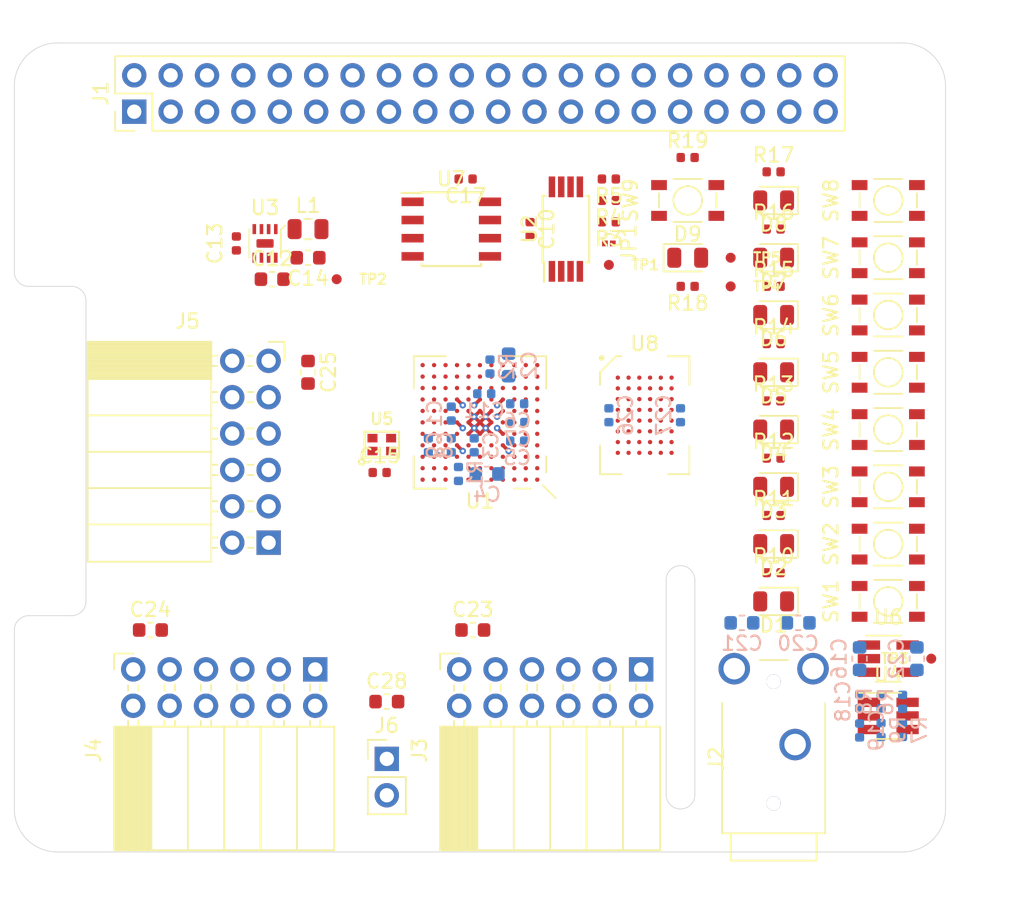
<source format=kicad_pcb>
(kicad_pcb (version 20171130) (host pcbnew 5.1.2+dfsg1-1)
  (layers (0 F.Cu signal) (1 In1.Cu power) (2 In2.Cu power) (31 B.Cu signal) (34 B.Paste user) (35 F.Paste user) (36 B.SilkS user hide) (37 F.SilkS user hide) (38 B.Mask user) (39 F.Mask user) (44 Edge.Cuts user))
  (net 0 "")
  (net 1 GND)
  (net 2 +1V2)
  (net 3 "Net-(C2-Pad2)")
  (net 4 "Net-(C2-Pad1)")
  (net 5 "Net-(C4-Pad2)")
  (net 6 "Net-(C4-Pad1)")
  (net 7 +3V3)
  (net 8 +5V)
  (net 9 "Net-(C13-Pad2)")
  (net 10 "Net-(C18-Pad1)")
  (net 11 "Net-(C19-Pad1)")
  (net 12 "Net-(C20-Pad1)")
  (net 13 "Net-(C21-Pad1)")
  (net 14 +3.3VDAC)
  (net 15 "Net-(D1-Pad1)")
  (net 16 /LED0)
  (net 17 /LED1)
  (net 18 "Net-(D2-Pad1)")
  (net 19 "Net-(D3-Pad1)")
  (net 20 /LED2)
  (net 21 /LED3)
  (net 22 "Net-(D4-Pad1)")
  (net 23 /LED4)
  (net 24 "Net-(D5-Pad1)")
  (net 25 "Net-(D6-Pad1)")
  (net 26 /LED5)
  (net 27 /LED6)
  (net 28 "Net-(D7-Pad1)")
  (net 29 "Net-(D8-Pad1)")
  (net 30 /LED7)
  (net 31 /GP13_FPGA_CDONE)
  (net 32 "Net-(J1-Pad3)")
  (net 33 "Net-(J1-Pad5)")
  (net 34 "Net-(J1-Pad7)")
  (net 35 /GP14_UART_TXD)
  (net 36 /GP15_UART_RXD)
  (net 37 "Net-(J1-Pad11)")
  (net 38 "Net-(J1-Pad12)")
  (net 39 /GP27_SDIO_DAT3)
  (net 40 /GP22_SDIO_CLK)
  (net 41 /GP23_SDIO_CMD)
  (net 42 /GP24_SDIO_DAT0)
  (net 43 /GP10_SPI_MOSI)
  (net 44 /GP9_SPI_MISO)
  (net 45 /GP25_SDIO_DAT1)
  (net 46 /GP11_SPI_SCK)
  (net 47 /GP8_SPI_~CS)
  (net 48 "Net-(J1-Pad26)")
  (net 49 /ID_SD)
  (net 50 /ID_SC)
  (net 51 "Net-(J1-Pad29)")
  (net 52 "Net-(J1-Pad31)")
  (net 53 /GP12_FPGA_~RST)
  (net 54 "Net-(J1-Pad35)")
  (net 55 "Net-(J1-Pad36)")
  (net 56 /GP26_SDIO_DAT2)
  (net 57 "Net-(J1-Pad38)")
  (net 58 "Net-(J1-Pad40)")
  (net 59 /IO0_0)
  (net 60 /IO0_1)
  (net 61 /IO0_2)
  (net 62 /IO0_3)
  (net 63 /IO0_4)
  (net 64 /IO0_5)
  (net 65 /IO0_6)
  (net 66 /IO0_7)
  (net 67 /IO1_7)
  (net 68 /IO1_6)
  (net 69 /IO1_5)
  (net 70 /IO1_4)
  (net 71 /IO1_3)
  (net 72 /IO1_2)
  (net 73 /IO1_1)
  (net 74 /IO1_0)
  (net 75 /IO2_0)
  (net 76 /IO2_1)
  (net 77 /IO2_2)
  (net 78 /IO2_3)
  (net 79 /IO2_4)
  (net 80 /IO2_5)
  (net 81 /IO2_6)
  (net 82 /IO2_7)
  (net 83 "Net-(JP1-Pad1)")
  (net 84 "Net-(L1-Pad1)")
  (net 85 "Net-(R6-Pad2)")
  (net 86 "Net-(R7-Pad2)")
  (net 87 /SW0)
  (net 88 /SW1)
  (net 89 /SW2)
  (net 90 /SW3)
  (net 91 /SW4)
  (net 92 /SW5)
  (net 93 /SW6)
  (net 94 /SW7)
  (net 95 /SRAM_DQ0)
  (net 96 /SRAM_DQ5)
  (net 97 /SRAM_DQ7)
  (net 98 /SRAM_DQ6)
  (net 99 /SRAM_DQ12)
  (net 100 /SRAM_A9)
  (net 101 /SRAM_A2)
  (net 102 /SRAM_A4)
  (net 103 /SRAM_A5)
  (net 104 /SRAM_A10)
  (net 105 /SRAM_DQ1)
  (net 106 /SRAM_DQ4)
  (net 107 /SRAM_DQ8)
  (net 108 /SRAM_DQ10)
  (net 109 /SRAM_DQ13)
  (net 110 /SRAM_DQ15)
  (net 111 /SRAM_A3)
  (net 112 /SRAM_A7)
  (net 113 /SRAM_A6)
  (net 114 /SRAM_A12)
  (net 115 /SRAM_DQ3)
  (net 116 /SRAM_DQ9)
  (net 117 /SRAM_DQ11)
  (net 118 /SRAM_A8)
  (net 119 /SRAM_A0)
  (net 120 /SRAM_A1)
  (net 121 /SRAM_A11)
  (net 122 /SRAM_A13)
  (net 123 /SRAM_A15)
  (net 124 /SRAM_DQ2)
  (net 125 /SRAM_DQ14)
  (net 126 /SRAM_A14)
  (net 127 /SRAM_A17)
  (net 128 /SRAM_A16)
  (net 129 /SRAM_~WE)
  (net 130 /SRAM_~OE)
  (net 131 /SRAM_~LB)
  (net 132 /SRAM_~UB)
  (net 133 /AUDIO_R_PWM)
  (net 134 "Net-(U1-PadB10)")
  (net 135 /CLK_OSC)
  (net 136 /AUDIO_L_PWM)
  (module fpga_hat:MOUNTHOLE_M2.5 (layer F.Cu) (at 161.5 83.5)
    (fp_text reference REF** hide)
    (fp_text value MOUNTHOLE_M2.5 hide)
    (pad "" np_thru_hole circle (at 0 0) (size 2.75 2.75) (drill 2.75) (layers *.Cu *.Mask) (thermal_gap 1.9))
  )
  (module fpga_hat:MOUNTHOLE_M2.5 (layer F.Cu) (at 161.5 133)
    (fp_text reference REF** hide)
    (fp_text value MOUNTHOLE_M2.5 hide)
    (pad "" np_thru_hole circle (at 0 0) (size 2.75 2.75) (drill 2.75) (layers *.Cu *.Mask) (thermal_gap 1.9))
  )
  (module fpga_hat:MOUNTHOLE_M2.5 (layer F.Cu) (at 103.5 133)
    (fp_text reference REF** hide)
    (fp_text value MOUNTHOLE_M2.5 hide)
    (pad "" np_thru_hole circle (at 0 0) (size 2.75 2.75) (drill 2.75) (layers *.Cu *.Mask) (thermal_gap 1.9))
  )
  (module fpga_hat:MOUNTHOLE_M2.5 (layer F.Cu) (at 103.5 83.5)
    (fp_text reference REF** hide)
    (fp_text value MOUNTHOLE_M2.5 hide)
    (pad "" np_thru_hole circle (at 0 0) (size 2.75 2.75) (drill 2.75) (layers *.Cu *.Mask) (thermal_gap 1.9))
  )
  (module Capacitor_SMD:C_0402_1005Metric (layer B.Cu) (at 130.5 105.885 270)
    (fp_text reference C1 (at 0 1.17 90) (layer B.SilkS) (effects (justify mirror)))
    (fp_text value 100n)
    (pad 2 smd roundrect (at 0.485 0 270) (size 0.59 0.64) (layers B.Cu B.Paste B.Mask) (net 1 GND))
    (pad 1 smd roundrect (at -0.485 0 270) (size 0.59 0.64) (layers B.Cu B.Paste B.Mask) (net 2 +1V2))
  )
  (module Capacitor_SMD:C_0603_1608Metric (layer B.Cu) (at 134.5 102.4875 90)
    (fp_text reference C2 (at 0 1.43 90) (layer B.SilkS) (effects (justify mirror)))
    (fp_text value 4u7)
    (pad 2 smd roundrect (at 0.7875 0 90) (size 0.875 0.95) (layers B.Cu B.Paste B.Mask) (net 3 "Net-(C2-Pad2)"))
    (pad 1 smd roundrect (at -0.7875 0 90) (size 0.875 0.95) (layers B.Cu B.Paste B.Mask) (net 4 "Net-(C2-Pad1)"))
  )
  (module Capacitor_SMD:C_0402_1005Metric (layer B.Cu) (at 132.1 108.1 90)
    (fp_text reference C3 (at 0 1.17 90) (layer B.SilkS) (effects (justify mirror)))
    (fp_text value 100n)
    (pad 1 smd roundrect (at -0.485 0 90) (size 0.59 0.64) (layers B.Cu B.Paste B.Mask) (net 2 +1V2))
    (pad 2 smd roundrect (at 0.485 0 90) (size 0.59 0.64) (layers B.Cu B.Paste B.Mask) (net 1 GND))
  )
  (module Capacitor_SMD:C_0603_1608Metric (layer B.Cu) (at 133 110.1)
    (fp_text reference C4 (at 0 1.43) (layer B.SilkS) (effects (justify mirror)))
    (fp_text value 4u7)
    (pad 1 smd roundrect (at -0.7875 0) (size 0.875 0.95) (layers B.Cu B.Paste B.Mask) (net 6 "Net-(C4-Pad1)"))
    (pad 2 smd roundrect (at 0.7875 0) (size 0.875 0.95) (layers B.Cu B.Paste B.Mask) (net 5 "Net-(C4-Pad2)"))
  )
  (module Capacitor_SMD:C_0402_1005Metric (layer B.Cu) (at 135.1 107.8)
    (fp_text reference C5 (at 0 1.17 180) (layer B.SilkS) (effects (justify mirror)))
    (fp_text value 100n)
    (pad 1 smd roundrect (at -0.485 0) (size 0.59 0.64) (layers B.Cu B.Paste B.Mask) (net 2 +1V2))
    (pad 2 smd roundrect (at 0.485 0) (size 0.59 0.64) (layers B.Cu B.Paste B.Mask) (net 1 GND))
  )
  (module Capacitor_SMD:C_0402_1005Metric (layer B.Cu) (at 135.1 105.2)
    (fp_text reference C6 (at 0 1.17) (layer B.SilkS) (effects (justify mirror)))
    (fp_text value 100n)
    (pad 2 smd roundrect (at 0.485 0) (size 0.59 0.64) (layers B.Cu B.Paste B.Mask) (net 1 GND))
    (pad 1 smd roundrect (at -0.485 0) (size 0.59 0.64) (layers B.Cu B.Paste B.Mask) (net 2 +1V2))
  )
  (module Capacitor_SMD:C_0402_1005Metric (layer B.Cu) (at 135.115 106.5)
    (fp_text reference C7 (at 0 1.17 180) (layer B.SilkS) (effects (justify mirror)))
    (fp_text value 100n)
    (pad 2 smd roundrect (at 0.485 0) (size 0.59 0.64) (layers B.Cu B.Paste B.Mask) (net 1 GND))
    (pad 1 smd roundrect (at -0.485 0) (size 0.59 0.64) (layers B.Cu B.Paste B.Mask) (net 7 +3V3))
  )
  (module Capacitor_SMD:C_0402_1005Metric (layer B.Cu) (at 128.9 108.1 90)
    (fp_text reference C8 (at 0 1.17 90) (layer B.SilkS) (effects (justify mirror)))
    (fp_text value 100n)
    (pad 2 smd roundrect (at 0.485 0 90) (size 0.59 0.64) (layers B.Cu B.Paste B.Mask) (net 1 GND))
    (pad 1 smd roundrect (at -0.485 0 90) (size 0.59 0.64) (layers B.Cu B.Paste B.Mask) (net 7 +3V3))
  )
  (module Capacitor_SMD:C_0402_1005Metric (layer B.Cu) (at 130.5 108.1 270)
    (fp_text reference C9 (at 0 1.17 90) (layer B.SilkS) (effects (justify mirror)))
    (fp_text value 100n)
    (pad 2 smd roundrect (at 0.485 0 270) (size 0.59 0.64) (layers B.Cu B.Paste B.Mask) (net 1 GND))
    (pad 1 smd roundrect (at -0.485 0 270) (size 0.59 0.64) (layers B.Cu B.Paste B.Mask) (net 7 +3V3))
  )
  (module Capacitor_SMD:C_0402_1005Metric (layer F.Cu) (at 136 93 270)
    (fp_text reference C10 (at 0 -1.17 90) (layer F.SilkS))
    (fp_text value 100n)
    (pad 2 smd roundrect (at 0.485 0 270) (size 0.59 0.64) (layers F.Cu F.Paste F.Mask) (net 1 GND))
    (pad 1 smd roundrect (at -0.485 0 270) (size 0.59 0.64) (layers F.Cu F.Paste F.Mask) (net 7 +3V3))
  )
  (module Capacitor_SMD:C_0402_1005Metric (layer B.Cu) (at 132.8 104.5)
    (fp_text reference C11 (at 0 1.17) (layer B.SilkS) (effects (justify mirror)))
    (fp_text value 100n)
    (pad 1 smd roundrect (at -0.485 0) (size 0.59 0.64) (layers B.Cu B.Paste B.Mask) (net 7 +3V3))
    (pad 2 smd roundrect (at 0.485 0) (size 0.59 0.64) (layers B.Cu B.Paste B.Mask) (net 1 GND))
  )
  (module Capacitor_SMD:C_0603_1608Metric (layer F.Cu) (at 118 96.5)
    (fp_text reference C12 (at 0 -1.43) (layer F.SilkS))
    (fp_text value 4u7)
    (pad 2 smd roundrect (at 0.7875 0) (size 0.875 0.95) (layers F.Cu F.Paste F.Mask) (net 1 GND))
    (pad 1 smd roundrect (at -0.7875 0) (size 0.875 0.95) (layers F.Cu F.Paste F.Mask) (net 8 +5V))
  )
  (module Capacitor_SMD:C_0402_1005Metric (layer F.Cu) (at 115.5 94 270)
    (fp_text reference C13 (at 0 1.5 90) (layer F.SilkS))
    (fp_text value 560p)
    (pad 1 smd roundrect (at -0.485 0 270) (size 0.59 0.64) (layers F.Cu F.Paste F.Mask) (net 2 +1V2))
    (pad 2 smd roundrect (at 0.485 0 270) (size 0.59 0.64) (layers F.Cu F.Paste F.Mask) (net 9 "Net-(C13-Pad2)"))
  )
  (module Capacitor_SMD:C_0603_1608Metric (layer F.Cu) (at 120.5 95 180)
    (fp_text reference C14 (at 0 -1.43) (layer F.SilkS))
    (fp_text value 4u7)
    (pad 2 smd roundrect (at 0.7875 0 180) (size 0.875 0.95) (layers F.Cu F.Paste F.Mask) (net 1 GND))
    (pad 1 smd roundrect (at -0.7875 0 180) (size 0.875 0.95) (layers F.Cu F.Paste F.Mask) (net 2 +1V2))
  )
  (module Capacitor_SMD:C_0402_1005Metric (layer F.Cu) (at 125.5 110)
    (fp_text reference C15 (at 0 -1.17) (layer F.SilkS))
    (fp_text value 100n)
    (pad 2 smd roundrect (at 0.485 0) (size 0.59 0.64) (layers F.Cu F.Paste F.Mask) (net 1 GND))
    (pad 1 smd roundrect (at -0.485 0) (size 0.59 0.64) (layers F.Cu F.Paste F.Mask) (net 7 +3V3))
  )
  (module Capacitor_SMD:C_0603_1608Metric (layer B.Cu) (at 159 123 270)
    (fp_text reference C16 (at 0 1.43 90) (layer B.SilkS) (effects (justify mirror)))
    (fp_text value 1u)
    (pad 1 smd roundrect (at -0.7875 0 270) (size 0.875 0.95) (layers B.Cu B.Paste B.Mask) (net 8 +5V))
    (pad 2 smd roundrect (at 0.7875 0 270) (size 0.875 0.95) (layers B.Cu B.Paste B.Mask) (net 1 GND))
  )
  (module Capacitor_SMD:C_0402_1005Metric (layer F.Cu) (at 131.5 89.5 180)
    (fp_text reference C17 (at 0 -1.17) (layer F.SilkS))
    (fp_text value 100n)
    (pad 1 smd roundrect (at -0.485 0 180) (size 0.59 0.64) (layers F.Cu F.Paste F.Mask) (net 7 +3V3))
    (pad 2 smd roundrect (at 0.485 0 180) (size 0.59 0.64) (layers F.Cu F.Paste F.Mask) (net 1 GND))
  )
  (module Capacitor_SMD:C_0402_1005Metric (layer B.Cu) (at 159 125.985 270)
    (fp_text reference C18 (at 0 1.17 90) (layer B.SilkS) (effects (justify mirror)))
    (fp_text value 100n)
    (pad 1 smd roundrect (at -0.485 0 270) (size 0.59 0.64) (layers B.Cu B.Paste B.Mask) (net 10 "Net-(C18-Pad1)"))
    (pad 2 smd roundrect (at 0.485 0 270) (size 0.59 0.64) (layers B.Cu B.Paste B.Mask) (net 1 GND))
  )
  (module Capacitor_SMD:C_0402_1005Metric (layer B.Cu) (at 159 128.015 90)
    (fp_text reference C19 (at 0 1.17 90) (layer B.SilkS) (effects (justify mirror)))
    (fp_text value 100n)
    (pad 1 smd roundrect (at -0.485 0 90) (size 0.59 0.64) (layers B.Cu B.Paste B.Mask) (net 11 "Net-(C19-Pad1)"))
    (pad 2 smd roundrect (at 0.485 0 90) (size 0.59 0.64) (layers B.Cu B.Paste B.Mask) (net 1 GND))
  )
  (module Capacitor_SMD:C_0603_1608Metric (layer B.Cu) (at 154.7125 120.5)
    (fp_text reference C20 (at 0 1.43) (layer B.SilkS) (effects (justify mirror)))
    (fp_text value 4u7)
    (pad 1 smd roundrect (at -0.7875 0) (size 0.875 0.95) (layers B.Cu B.Paste B.Mask) (net 12 "Net-(C20-Pad1)"))
    (pad 2 smd roundrect (at 0.7875 0) (size 0.875 0.95) (layers B.Cu B.Paste B.Mask) (net 10 "Net-(C18-Pad1)"))
  )
  (module Capacitor_SMD:C_0603_1608Metric (layer B.Cu) (at 150.7875 120.5)
    (fp_text reference C21 (at 0 1.43) (layer B.SilkS) (effects (justify mirror)))
    (fp_text value 4u7)
    (pad 1 smd roundrect (at -0.7875 0) (size 0.875 0.95) (layers B.Cu B.Paste B.Mask) (net 13 "Net-(C21-Pad1)"))
    (pad 2 smd roundrect (at 0.7875 0) (size 0.875 0.95) (layers B.Cu B.Paste B.Mask) (net 11 "Net-(C19-Pad1)"))
  )
  (module Capacitor_SMD:C_0603_1608Metric (layer B.Cu) (at 163 123 270)
    (fp_text reference C22 (at 0 1.43 90) (layer B.SilkS) (effects (justify mirror)))
    (fp_text value 1u)
    (pad 2 smd roundrect (at 0.7875 0 270) (size 0.875 0.95) (layers B.Cu B.Paste B.Mask) (net 1 GND))
    (pad 1 smd roundrect (at -0.7875 0 270) (size 0.875 0.95) (layers B.Cu B.Paste B.Mask) (net 14 +3.3VDAC))
  )
  (module Capacitor_SMD:C_0603_1608Metric (layer F.Cu) (at 132 121)
    (fp_text reference C23 (at 0 -1.43) (layer F.SilkS))
    (fp_text value 1u)
    (pad 2 smd roundrect (at 0.7875 0) (size 0.875 0.95) (layers F.Cu F.Paste F.Mask) (net 1 GND))
    (pad 1 smd roundrect (at -0.7875 0) (size 0.875 0.95) (layers F.Cu F.Paste F.Mask) (net 7 +3V3))
  )
  (module Capacitor_SMD:C_0603_1608Metric (layer F.Cu) (at 109.5 121)
    (fp_text reference C24 (at 0 -1.43) (layer F.SilkS))
    (fp_text value 1u)
    (pad 1 smd roundrect (at -0.7875 0) (size 0.875 0.95) (layers F.Cu F.Paste F.Mask) (net 7 +3V3))
    (pad 2 smd roundrect (at 0.7875 0) (size 0.875 0.95) (layers F.Cu F.Paste F.Mask) (net 1 GND))
  )
  (module Capacitor_SMD:C_0603_1608Metric (layer F.Cu) (at 120.5 103 270)
    (fp_text reference C25 (at 0 -1.43 90) (layer F.SilkS))
    (fp_text value 1u)
    (pad 2 smd roundrect (at 0.7875 0 270) (size 0.875 0.95) (layers F.Cu F.Paste F.Mask) (net 1 GND))
    (pad 1 smd roundrect (at -0.7875 0 270) (size 0.875 0.95) (layers F.Cu F.Paste F.Mask) (net 7 +3V3))
  )
  (module Capacitor_SMD:C_0402_1005Metric (layer B.Cu) (at 141.5 106 90)
    (fp_text reference C26 (at 0 1.17 270) (layer B.SilkS) (effects (justify mirror)))
    (fp_text value 100n)
    (pad 1 smd roundrect (at -0.485 0 90) (size 0.59 0.64) (layers B.Cu B.Paste B.Mask) (net 7 +3V3))
    (pad 2 smd roundrect (at 0.485 0 90) (size 0.59 0.64) (layers B.Cu B.Paste B.Mask) (net 1 GND))
  )
  (module Capacitor_SMD:C_0402_1005Metric (layer B.Cu) (at 146.5 106 270)
    (fp_text reference C27 (at 0 1.17 270) (layer B.SilkS) (effects (justify mirror)))
    (fp_text value 100n)
    (pad 2 smd roundrect (at 0.485 0 270) (size 0.59 0.64) (layers B.Cu B.Paste B.Mask) (net 1 GND))
    (pad 1 smd roundrect (at -0.485 0 270) (size 0.59 0.64) (layers B.Cu B.Paste B.Mask) (net 7 +3V3))
  )
  (module Capacitor_SMD:C_0603_1608Metric (layer F.Cu) (at 126 126)
    (fp_text reference C28 (at 0 -1.43) (layer F.SilkS))
    (fp_text value 1u)
    (pad 1 smd roundrect (at -0.7875 0) (size 0.875 0.95) (layers F.Cu F.Paste F.Mask) (net 8 +5V))
    (pad 2 smd roundrect (at 0.7875 0) (size 0.875 0.95) (layers F.Cu F.Paste F.Mask) (net 1 GND))
  )
  (module LED_SMD:LED_0805_2012Metric (layer F.Cu) (at 153 119 180)
    (fp_text reference D1 (at 0 -1.65) (layer F.SilkS))
    (fp_text value LED)
    (pad 1 smd roundrect (at -0.9375 0 180) (size 0.975 1.4) (layers F.Cu F.Paste F.Mask) (net 15 "Net-(D1-Pad1)"))
    (pad 2 smd roundrect (at 0.9375 0 180) (size 0.975 1.4) (layers F.Cu F.Paste F.Mask) (net 16 /LED0))
  )
  (module LED_SMD:LED_0805_2012Metric (layer F.Cu) (at 153 115 180)
    (fp_text reference D2 (at 0 -1.65) (layer F.SilkS))
    (fp_text value LED)
    (pad 1 smd roundrect (at -0.9375 0 180) (size 0.975 1.4) (layers F.Cu F.Paste F.Mask) (net 18 "Net-(D2-Pad1)"))
    (pad 2 smd roundrect (at 0.9375 0 180) (size 0.975 1.4) (layers F.Cu F.Paste F.Mask) (net 17 /LED1))
  )
  (module LED_SMD:LED_0805_2012Metric (layer F.Cu) (at 153 111 180)
    (fp_text reference D3 (at 0 -1.65) (layer F.SilkS))
    (fp_text value LED)
    (pad 2 smd roundrect (at 0.9375 0 180) (size 0.975 1.4) (layers F.Cu F.Paste F.Mask) (net 20 /LED2))
    (pad 1 smd roundrect (at -0.9375 0 180) (size 0.975 1.4) (layers F.Cu F.Paste F.Mask) (net 19 "Net-(D3-Pad1)"))
  )
  (module LED_SMD:LED_0805_2012Metric (layer F.Cu) (at 153 107 180)
    (fp_text reference D4 (at 0 -1.65) (layer F.SilkS))
    (fp_text value LED)
    (pad 1 smd roundrect (at -0.9375 0 180) (size 0.975 1.4) (layers F.Cu F.Paste F.Mask) (net 22 "Net-(D4-Pad1)"))
    (pad 2 smd roundrect (at 0.9375 0 180) (size 0.975 1.4) (layers F.Cu F.Paste F.Mask) (net 21 /LED3))
  )
  (module LED_SMD:LED_0805_2012Metric (layer F.Cu) (at 153 103 180)
    (fp_text reference D5 (at 0 -1.65) (layer F.SilkS))
    (fp_text value LED)
    (pad 2 smd roundrect (at 0.9375 0 180) (size 0.975 1.4) (layers F.Cu F.Paste F.Mask) (net 23 /LED4))
    (pad 1 smd roundrect (at -0.9375 0 180) (size 0.975 1.4) (layers F.Cu F.Paste F.Mask) (net 24 "Net-(D5-Pad1)"))
  )
  (module LED_SMD:LED_0805_2012Metric (layer F.Cu) (at 153 99 180)
    (fp_text reference D6 (at 0 -1.65) (layer F.SilkS))
    (fp_text value LED)
    (pad 1 smd roundrect (at -0.9375 0 180) (size 0.975 1.4) (layers F.Cu F.Paste F.Mask) (net 25 "Net-(D6-Pad1)"))
    (pad 2 smd roundrect (at 0.9375 0 180) (size 0.975 1.4) (layers F.Cu F.Paste F.Mask) (net 26 /LED5))
  )
  (module LED_SMD:LED_0805_2012Metric (layer F.Cu) (at 153 95 180)
    (fp_text reference D7 (at 0 -1.65) (layer F.SilkS))
    (fp_text value LED)
    (pad 2 smd roundrect (at 0.9375 0 180) (size 0.975 1.4) (layers F.Cu F.Paste F.Mask) (net 27 /LED6))
    (pad 1 smd roundrect (at -0.9375 0 180) (size 0.975 1.4) (layers F.Cu F.Paste F.Mask) (net 28 "Net-(D7-Pad1)"))
  )
  (module LED_SMD:LED_0805_2012Metric (layer F.Cu) (at 153 91 180)
    (fp_text reference D8 (at 0 -1.65) (layer F.SilkS))
    (fp_text value LED)
    (pad 1 smd roundrect (at -0.9375 0 180) (size 0.975 1.4) (layers F.Cu F.Paste F.Mask) (net 29 "Net-(D8-Pad1)"))
    (pad 2 smd roundrect (at 0.9375 0 180) (size 0.975 1.4) (layers F.Cu F.Paste F.Mask) (net 30 /LED7))
  )
  (module LED_SMD:LED_0805_2012Metric (layer F.Cu) (at 147 95)
    (fp_text reference D9 (at 0 -1.65) (layer F.SilkS))
    (fp_text value LED)
    (pad 2 smd roundrect (at 0.9375 0) (size 0.975 1.4) (layers F.Cu F.Paste F.Mask) (net 31 /GP13_FPGA_CDONE))
    (pad 1 smd roundrect (at -0.9375 0) (size 0.975 1.4) (layers F.Cu F.Paste F.Mask) (net 1 GND))
  )
  (module Connector_PinHeader_2.54mm:PinHeader_2x20_P2.54mm_Vertical (layer F.Cu) (at 108.37 84.8 90)
    (fp_text reference J1 (at 1.27 -2.33 90) (layer F.SilkS))
    (fp_text value 2x20)
    (pad 1 thru_hole rect (at 0 0 90) (size 1.7 1.7) (drill 1) (layers *.Cu *.Mask) (net 7 +3V3))
    (pad 2 thru_hole oval (at 2.54 0 90) (size 1.7 1.7) (drill 1) (layers *.Cu *.Mask) (net 8 +5V))
    (pad 3 thru_hole oval (at 0 2.54 90) (size 1.7 1.7) (drill 1) (layers *.Cu *.Mask) (net 32 "Net-(J1-Pad3)"))
    (pad 4 thru_hole oval (at 2.54 2.54 90) (size 1.7 1.7) (drill 1) (layers *.Cu *.Mask) (net 8 +5V))
    (pad 5 thru_hole oval (at 0 5.08 90) (size 1.7 1.7) (drill 1) (layers *.Cu *.Mask) (net 33 "Net-(J1-Pad5)"))
    (pad 6 thru_hole oval (at 2.54 5.08 90) (size 1.7 1.7) (drill 1) (layers *.Cu *.Mask) (net 1 GND))
    (pad 7 thru_hole oval (at 0 7.62 90) (size 1.7 1.7) (drill 1) (layers *.Cu *.Mask) (net 34 "Net-(J1-Pad7)"))
    (pad 8 thru_hole oval (at 2.54 7.62 90) (size 1.7 1.7) (drill 1) (layers *.Cu *.Mask) (net 35 /GP14_UART_TXD))
    (pad 9 thru_hole oval (at 0 10.16 90) (size 1.7 1.7) (drill 1) (layers *.Cu *.Mask) (net 1 GND))
    (pad 10 thru_hole oval (at 2.54 10.16 90) (size 1.7 1.7) (drill 1) (layers *.Cu *.Mask) (net 36 /GP15_UART_RXD))
    (pad 11 thru_hole oval (at 0 12.7 90) (size 1.7 1.7) (drill 1) (layers *.Cu *.Mask) (net 37 "Net-(J1-Pad11)"))
    (pad 12 thru_hole oval (at 2.54 12.7 90) (size 1.7 1.7) (drill 1) (layers *.Cu *.Mask) (net 38 "Net-(J1-Pad12)"))
    (pad 13 thru_hole oval (at 0 15.24 90) (size 1.7 1.7) (drill 1) (layers *.Cu *.Mask) (net 39 /GP27_SDIO_DAT3))
    (pad 14 thru_hole oval (at 2.54 15.24 90) (size 1.7 1.7) (drill 1) (layers *.Cu *.Mask) (net 1 GND))
    (pad 15 thru_hole oval (at 0 17.78 90) (size 1.7 1.7) (drill 1) (layers *.Cu *.Mask) (net 40 /GP22_SDIO_CLK))
    (pad 16 thru_hole oval (at 2.54 17.78 90) (size 1.7 1.7) (drill 1) (layers *.Cu *.Mask) (net 41 /GP23_SDIO_CMD))
    (pad 17 thru_hole oval (at 0 20.32 90) (size 1.7 1.7) (drill 1) (layers *.Cu *.Mask) (net 7 +3V3))
    (pad 18 thru_hole oval (at 2.54 20.32 90) (size 1.7 1.7) (drill 1) (layers *.Cu *.Mask) (net 42 /GP24_SDIO_DAT0))
    (pad 19 thru_hole oval (at 0 22.86 90) (size 1.7 1.7) (drill 1) (layers *.Cu *.Mask) (net 43 /GP10_SPI_MOSI))
    (pad 20 thru_hole oval (at 2.54 22.86 90) (size 1.7 1.7) (drill 1) (layers *.Cu *.Mask) (net 1 GND))
    (pad 21 thru_hole oval (at 0 25.4 90) (size 1.7 1.7) (drill 1) (layers *.Cu *.Mask) (net 44 /GP9_SPI_MISO))
    (pad 22 thru_hole oval (at 2.54 25.4 90) (size 1.7 1.7) (drill 1) (layers *.Cu *.Mask) (net 45 /GP25_SDIO_DAT1))
    (pad 23 thru_hole oval (at 0 27.94 90) (size 1.7 1.7) (drill 1) (layers *.Cu *.Mask) (net 46 /GP11_SPI_SCK))
    (pad 24 thru_hole oval (at 2.54 27.94 90) (size 1.7 1.7) (drill 1) (layers *.Cu *.Mask) (net 47 /GP8_SPI_~CS))
    (pad 25 thru_hole oval (at 0 30.48 90) (size 1.7 1.7) (drill 1) (layers *.Cu *.Mask) (net 1 GND))
    (pad 26 thru_hole oval (at 2.54 30.48 90) (size 1.7 1.7) (drill 1) (layers *.Cu *.Mask) (net 48 "Net-(J1-Pad26)"))
    (pad 27 thru_hole oval (at 0 33.02 90) (size 1.7 1.7) (drill 1) (layers *.Cu *.Mask) (net 49 /ID_SD))
    (pad 28 thru_hole oval (at 2.54 33.02 90) (size 1.7 1.7) (drill 1) (layers *.Cu *.Mask) (net 50 /ID_SC))
    (pad 29 thru_hole oval (at 0 35.56 90) (size 1.7 1.7) (drill 1) (layers *.Cu *.Mask) (net 51 "Net-(J1-Pad29)"))
    (pad 30 thru_hole oval (at 2.54 35.56 90) (size 1.7 1.7) (drill 1) (layers *.Cu *.Mask) (net 1 GND))
    (pad 31 thru_hole oval (at 0 38.1 90) (size 1.7 1.7) (drill 1) (layers *.Cu *.Mask) (net 52 "Net-(J1-Pad31)"))
    (pad 32 thru_hole oval (at 2.54 38.1 90) (size 1.7 1.7) (drill 1) (layers *.Cu *.Mask) (net 53 /GP12_FPGA_~RST))
    (pad 33 thru_hole oval (at 0 40.64 90) (size 1.7 1.7) (drill 1) (layers *.Cu *.Mask) (net 31 /GP13_FPGA_CDONE))
    (pad 34 thru_hole oval (at 2.54 40.64 90) (size 1.7 1.7) (drill 1) (layers *.Cu *.Mask) (net 1 GND))
    (pad 35 thru_hole oval (at 0 43.18 90) (size 1.7 1.7) (drill 1) (layers *.Cu *.Mask) (net 54 "Net-(J1-Pad35)"))
    (pad 36 thru_hole oval (at 2.54 43.18 90) (size 1.7 1.7) (drill 1) (layers *.Cu *.Mask) (net 55 "Net-(J1-Pad36)"))
    (pad 37 thru_hole oval (at 0 45.72 90) (size 1.7 1.7) (drill 1) (layers *.Cu *.Mask) (net 56 /GP26_SDIO_DAT2))
    (pad 38 thru_hole oval (at 2.54 45.72 90) (size 1.7 1.7) (drill 1) (layers *.Cu *.Mask) (net 57 "Net-(J1-Pad38)"))
    (pad 39 thru_hole oval (at 0 48.26 90) (size 1.7 1.7) (drill 1) (layers *.Cu *.Mask) (net 1 GND))
    (pad 40 thru_hole oval (at 2.54 48.26 90) (size 1.7 1.7) (drill 1) (layers *.Cu *.Mask) (net 58 "Net-(J1-Pad40)"))
  )
  (module fpga_hat:STX-3000_TRS_3.5mm (layer F.Cu) (at 153 129 90)
    (fp_text reference J2 (at -1 -4 90) (layer F.SilkS))
    (fp_text value AudioJack3)
    (pad ~ thru_hole circle (at -4.1 0 90) (size 1 1) (drill 1) (layers *.Cu *.Mask))
    (pad ~ thru_hole circle (at 4.4 0 90) (size 1 1) (drill 1) (layers *.Cu *.Mask))
    (pad S thru_hole circle (at 0 1.5 90) (size 2.2 2.2) (drill 1.5) (layers *.Cu *.Mask) (net 1 GND))
    (pad R thru_hole circle (at 5.3 -2.75 90) (size 2.2 2.2) (drill 1.5) (layers *.Cu *.Mask) (net 13 "Net-(C21-Pad1)"))
    (pad T thru_hole circle (at 5.3 2.75 90) (size 2.2 2.2) (drill 1.5) (layers *.Cu *.Mask) (net 12 "Net-(C20-Pad1)"))
  )
  (module fpga_hat:PinSocket_2x06_P2.54mm_Horizontal (layer F.Cu) (at 143.75 123.75 90)
    (fp_text reference J3 (at -5.65 -15.47 90) (layer F.SilkS))
    (fp_text value Conn_02x06_Top_Bottom)
    (pad 6 thru_hole circle (at 0 -12.7 90) (size 1.7 1.7) (drill 1) (layers *.Cu *.Mask) (net 7 +3V3))
    (pad 12 thru_hole oval (at -2.54 -12.7 90) (size 1.7 1.7) (drill 1) (layers *.Cu *.Mask) (net 7 +3V3))
    (pad 5 thru_hole oval (at 0 -10.16 90) (size 1.7 1.7) (drill 1) (layers *.Cu *.Mask) (net 1 GND))
    (pad 11 thru_hole oval (at -2.54 -10.16 90) (size 1.7 1.7) (drill 1) (layers *.Cu *.Mask) (net 1 GND))
    (pad 4 thru_hole oval (at 0 -7.62 90) (size 1.7 1.7) (drill 1) (layers *.Cu *.Mask) (net 62 /IO0_3))
    (pad 10 thru_hole oval (at -2.54 -7.62 90) (size 1.7 1.7) (drill 1) (layers *.Cu *.Mask) (net 66 /IO0_7))
    (pad 3 thru_hole oval (at 0 -5.08 90) (size 1.7 1.7) (drill 1) (layers *.Cu *.Mask) (net 61 /IO0_2))
    (pad 9 thru_hole oval (at -2.54 -5.08 90) (size 1.7 1.7) (drill 1) (layers *.Cu *.Mask) (net 65 /IO0_6))
    (pad 2 thru_hole oval (at 0 -2.54 90) (size 1.7 1.7) (drill 1) (layers *.Cu *.Mask) (net 60 /IO0_1))
    (pad 8 thru_hole oval (at -2.54 -2.54 90) (size 1.7 1.7) (drill 1) (layers *.Cu *.Mask) (net 64 /IO0_5))
    (pad 1 thru_hole rect (at 0 0 90) (size 1.7 1.7) (drill 1) (layers *.Cu *.Mask) (net 59 /IO0_0))
    (pad 7 thru_hole oval (at -2.54 0 90) (size 1.7 1.7) (drill 1) (layers *.Cu *.Mask) (net 63 /IO0_4))
  )
  (module fpga_hat:PinSocket_2x06_P2.54mm_Horizontal (layer F.Cu) (at 121 123.75 90)
    (fp_text reference J4 (at -5.65 -15.47 90) (layer F.SilkS))
    (fp_text value Conn_02x06_Top_Bottom)
    (pad 7 thru_hole oval (at -2.54 0 90) (size 1.7 1.7) (drill 1) (layers *.Cu *.Mask) (net 70 /IO1_4))
    (pad 1 thru_hole rect (at 0 0 90) (size 1.7 1.7) (drill 1) (layers *.Cu *.Mask) (net 74 /IO1_0))
    (pad 8 thru_hole oval (at -2.54 -2.54 90) (size 1.7 1.7) (drill 1) (layers *.Cu *.Mask) (net 69 /IO1_5))
    (pad 2 thru_hole oval (at 0 -2.54 90) (size 1.7 1.7) (drill 1) (layers *.Cu *.Mask) (net 73 /IO1_1))
    (pad 9 thru_hole oval (at -2.54 -5.08 90) (size 1.7 1.7) (drill 1) (layers *.Cu *.Mask) (net 68 /IO1_6))
    (pad 3 thru_hole oval (at 0 -5.08 90) (size 1.7 1.7) (drill 1) (layers *.Cu *.Mask) (net 72 /IO1_2))
    (pad 10 thru_hole oval (at -2.54 -7.62 90) (size 1.7 1.7) (drill 1) (layers *.Cu *.Mask) (net 67 /IO1_7))
    (pad 4 thru_hole oval (at 0 -7.62 90) (size 1.7 1.7) (drill 1) (layers *.Cu *.Mask) (net 71 /IO1_3))
    (pad 11 thru_hole oval (at -2.54 -10.16 90) (size 1.7 1.7) (drill 1) (layers *.Cu *.Mask) (net 1 GND))
    (pad 5 thru_hole oval (at 0 -10.16 90) (size 1.7 1.7) (drill 1) (layers *.Cu *.Mask) (net 1 GND))
    (pad 12 thru_hole oval (at -2.54 -12.7 90) (size 1.7 1.7) (drill 1) (layers *.Cu *.Mask) (net 7 +3V3))
    (pad 6 thru_hole circle (at 0 -12.7 90) (size 1.7 1.7) (drill 1) (layers *.Cu *.Mask) (net 7 +3V3))
  )
  (module fpga_hat:PinSocket_2x06_P2.54mm_Horizontal (layer F.Cu) (at 117.75 114.9)
    (fp_text reference J5 (at -5.65 -15.47) (layer F.SilkS))
    (fp_text value Conn_02x06_Top_Bottom)
    (pad 6 thru_hole circle (at 0 -12.7) (size 1.7 1.7) (drill 1) (layers *.Cu *.Mask) (net 7 +3V3))
    (pad 12 thru_hole oval (at -2.54 -12.7) (size 1.7 1.7) (drill 1) (layers *.Cu *.Mask) (net 7 +3V3))
    (pad 5 thru_hole oval (at 0 -10.16) (size 1.7 1.7) (drill 1) (layers *.Cu *.Mask) (net 1 GND))
    (pad 11 thru_hole oval (at -2.54 -10.16) (size 1.7 1.7) (drill 1) (layers *.Cu *.Mask) (net 1 GND))
    (pad 4 thru_hole oval (at 0 -7.62) (size 1.7 1.7) (drill 1) (layers *.Cu *.Mask) (net 78 /IO2_3))
    (pad 10 thru_hole oval (at -2.54 -7.62) (size 1.7 1.7) (drill 1) (layers *.Cu *.Mask) (net 82 /IO2_7))
    (pad 3 thru_hole oval (at 0 -5.08) (size 1.7 1.7) (drill 1) (layers *.Cu *.Mask) (net 77 /IO2_2))
    (pad 9 thru_hole oval (at -2.54 -5.08) (size 1.7 1.7) (drill 1) (layers *.Cu *.Mask) (net 81 /IO2_6))
    (pad 2 thru_hole oval (at 0 -2.54) (size 1.7 1.7) (drill 1) (layers *.Cu *.Mask) (net 76 /IO2_1))
    (pad 8 thru_hole oval (at -2.54 -2.54) (size 1.7 1.7) (drill 1) (layers *.Cu *.Mask) (net 80 /IO2_5))
    (pad 1 thru_hole rect (at 0 0) (size 1.7 1.7) (drill 1) (layers *.Cu *.Mask) (net 75 /IO2_0))
    (pad 7 thru_hole oval (at -2.54 0) (size 1.7 1.7) (drill 1) (layers *.Cu *.Mask) (net 79 /IO2_4))
  )
  (module Connector_PinHeader_2.54mm:PinHeader_1x02_P2.54mm_Vertical (layer F.Cu) (at 126 130)
    (fp_text reference J6 (at 0 -2.33) (layer F.SilkS))
    (fp_text value Conn_01x02)
    (pad 1 thru_hole rect (at 0 0) (size 1.7 1.7) (drill 1) (layers *.Cu *.Mask) (net 8 +5V))
    (pad 2 thru_hole oval (at 0 2.54) (size 1.7 1.7) (drill 1) (layers *.Cu *.Mask) (net 1 GND))
  )
  (module fpga_hat:SOLDER_JUMP (layer F.Cu) (at 141.5 94 90)
    (fp_text reference JP1 (at 0 1.4 90) (layer F.SilkS))
    (fp_text value "Solder jumper")
    (pad 1 smd rect (at 0 -0.275 90) (size 0.4 0.4) (layers F.Cu F.Paste F.Mask) (net 83 "Net-(JP1-Pad1)"))
    (pad 2 smd rect (at 0 0.275 90) (size 0.4 0.4) (layers F.Cu F.Paste F.Mask) (net 1 GND))
  )
  (module Inductor_SMD:L_0805_2012Metric (layer F.Cu) (at 120.5 93)
    (fp_text reference L1 (at 0 -1.65) (layer F.SilkS))
    (fp_text value 1u)
    (pad 1 smd roundrect (at -0.9375 0) (size 0.975 1.4) (layers F.Cu F.Paste F.Mask) (net 84 "Net-(L1-Pad1)"))
    (pad 2 smd roundrect (at 0.9375 0) (size 0.975 1.4) (layers F.Cu F.Paste F.Mask) (net 2 +1V2))
  )
  (module Resistor_SMD:R_0402_1005Metric (layer B.Cu) (at 131 110.1 90)
    (fp_text reference R1 (at 0 1.17 90) (layer B.SilkS) (effects (justify mirror)))
    (fp_text value 100)
    (pad 1 smd roundrect (at -0.485 0 90) (size 0.59 0.64) (layers B.Cu B.Paste B.Mask) (net 6 "Net-(C4-Pad1)"))
    (pad 2 smd roundrect (at 0.485 0 90) (size 0.59 0.64) (layers B.Cu B.Paste B.Mask) (net 2 +1V2))
  )
  (module Resistor_SMD:R_0402_1005Metric (layer B.Cu) (at 133.2 102.6 90)
    (fp_text reference R2 (at 0 1.17 90) (layer B.SilkS) (effects (justify mirror)))
    (fp_text value 100)
    (pad 2 smd roundrect (at 0.485 0 90) (size 0.59 0.64) (layers B.Cu B.Paste B.Mask) (net 2 +1V2))
    (pad 1 smd roundrect (at -0.485 0 90) (size 0.59 0.64) (layers B.Cu B.Paste B.Mask) (net 4 "Net-(C2-Pad1)"))
  )
  (module Resistor_SMD:R_0402_1005Metric (layer F.Cu) (at 141.5 92.5 180)
    (fp_text reference R3 (at 0 -1.17) (layer F.SilkS))
    (fp_text value 470)
    (pad 1 smd roundrect (at -0.485 0 180) (size 0.59 0.64) (layers F.Cu F.Paste F.Mask) (net 7 +3V3))
    (pad 2 smd roundrect (at 0.485 0 180) (size 0.59 0.64) (layers F.Cu F.Paste F.Mask) (net 83 "Net-(JP1-Pad1)"))
  )
  (module Resistor_SMD:R_0402_1005Metric (layer F.Cu) (at 141.5 91 180)
    (fp_text reference R4 (at 0 -1.17) (layer F.SilkS))
    (fp_text value 4k7)
    (pad 1 smd roundrect (at -0.485 0 180) (size 0.59 0.64) (layers F.Cu F.Paste F.Mask) (net 7 +3V3))
    (pad 2 smd roundrect (at 0.485 0 180) (size 0.59 0.64) (layers F.Cu F.Paste F.Mask) (net 50 /ID_SC))
  )
  (module Resistor_SMD:R_0402_1005Metric (layer F.Cu) (at 141.5 89.5 180)
    (fp_text reference R5 (at 0 -1.17) (layer F.SilkS))
    (fp_text value 4k7)
    (pad 2 smd roundrect (at 0.485 0 180) (size 0.59 0.64) (layers F.Cu F.Paste F.Mask) (net 50 /ID_SC))
    (pad 1 smd roundrect (at -0.485 0 180) (size 0.59 0.64) (layers F.Cu F.Paste F.Mask) (net 7 +3V3))
  )
  (module Resistor_SMD:R_0402_1005Metric (layer B.Cu) (at 162 126.015 270)
    (fp_text reference R6 (at 0 1.17 90) (layer B.SilkS) (effects (justify mirror)))
    (fp_text value 220)
    (pad 2 smd roundrect (at 0.485 0 270) (size 0.59 0.64) (layers B.Cu B.Paste B.Mask) (net 85 "Net-(R6-Pad2)"))
    (pad 1 smd roundrect (at -0.485 0 270) (size 0.59 0.64) (layers B.Cu B.Paste B.Mask) (net 10 "Net-(C18-Pad1)"))
  )
  (module Resistor_SMD:R_0402_1005Metric (layer B.Cu) (at 162 127.985 90)
    (fp_text reference R7 (at 0 1.17 90) (layer B.SilkS) (effects (justify mirror)))
    (fp_text value 220)
    (pad 2 smd roundrect (at 0.485 0 90) (size 0.59 0.64) (layers B.Cu B.Paste B.Mask) (net 86 "Net-(R7-Pad2)"))
    (pad 1 smd roundrect (at -0.485 0 90) (size 0.59 0.64) (layers B.Cu B.Paste B.Mask) (net 11 "Net-(C19-Pad1)"))
  )
  (module Resistor_SMD:R_0402_1005Metric (layer B.Cu) (at 160.5 125.985 270)
    (fp_text reference R8 (at 0 1.17 90) (layer B.SilkS) (effects (justify mirror)))
    (fp_text value 100)
    (pad 1 smd roundrect (at -0.485 0 270) (size 0.59 0.64) (layers B.Cu B.Paste B.Mask) (net 10 "Net-(C18-Pad1)"))
    (pad 2 smd roundrect (at 0.485 0 270) (size 0.59 0.64) (layers B.Cu B.Paste B.Mask) (net 1 GND))
  )
  (module Resistor_SMD:R_0402_1005Metric (layer B.Cu) (at 160.5 127.985 90)
    (fp_text reference R9 (at 0 1.17 90) (layer B.SilkS) (effects (justify mirror)))
    (fp_text value 100)
    (pad 1 smd roundrect (at -0.485 0 90) (size 0.59 0.64) (layers B.Cu B.Paste B.Mask) (net 11 "Net-(C19-Pad1)"))
    (pad 2 smd roundrect (at 0.485 0 90) (size 0.59 0.64) (layers B.Cu B.Paste B.Mask) (net 1 GND))
  )
  (module Resistor_SMD:R_0402_1005Metric (layer F.Cu) (at 153 117)
    (fp_text reference R10 (at 0 -1.17) (layer F.SilkS))
    (fp_text value 470)
    (pad 1 smd roundrect (at -0.485 0) (size 0.59 0.64) (layers F.Cu F.Paste F.Mask) (net 1 GND))
    (pad 2 smd roundrect (at 0.485 0) (size 0.59 0.64) (layers F.Cu F.Paste F.Mask) (net 15 "Net-(D1-Pad1)"))
  )
  (module Resistor_SMD:R_0402_1005Metric (layer F.Cu) (at 153 113)
    (fp_text reference R11 (at 0 -1.17) (layer F.SilkS))
    (fp_text value 470)
    (pad 1 smd roundrect (at -0.485 0) (size 0.59 0.64) (layers F.Cu F.Paste F.Mask) (net 1 GND))
    (pad 2 smd roundrect (at 0.485 0) (size 0.59 0.64) (layers F.Cu F.Paste F.Mask) (net 18 "Net-(D2-Pad1)"))
  )
  (module Resistor_SMD:R_0402_1005Metric (layer F.Cu) (at 153 109)
    (fp_text reference R12 (at 0 -1.17) (layer F.SilkS))
    (fp_text value 470)
    (pad 2 smd roundrect (at 0.485 0) (size 0.59 0.64) (layers F.Cu F.Paste F.Mask) (net 19 "Net-(D3-Pad1)"))
    (pad 1 smd roundrect (at -0.485 0) (size 0.59 0.64) (layers F.Cu F.Paste F.Mask) (net 1 GND))
  )
  (module Resistor_SMD:R_0402_1005Metric (layer F.Cu) (at 152.985 105)
    (fp_text reference R13 (at 0 -1.17) (layer F.SilkS))
    (fp_text value 470)
    (pad 1 smd roundrect (at -0.485 0) (size 0.59 0.64) (layers F.Cu F.Paste F.Mask) (net 1 GND))
    (pad 2 smd roundrect (at 0.485 0) (size 0.59 0.64) (layers F.Cu F.Paste F.Mask) (net 22 "Net-(D4-Pad1)"))
  )
  (module Resistor_SMD:R_0402_1005Metric (layer F.Cu) (at 153 101)
    (fp_text reference R14 (at 0 -1.17) (layer F.SilkS))
    (fp_text value 470)
    (pad 2 smd roundrect (at 0.485 0) (size 0.59 0.64) (layers F.Cu F.Paste F.Mask) (net 24 "Net-(D5-Pad1)"))
    (pad 1 smd roundrect (at -0.485 0) (size 0.59 0.64) (layers F.Cu F.Paste F.Mask) (net 1 GND))
  )
  (module Resistor_SMD:R_0402_1005Metric (layer F.Cu) (at 153 97)
    (fp_text reference R15 (at 0 -1.17) (layer F.SilkS))
    (fp_text value 470)
    (pad 2 smd roundrect (at 0.485 0) (size 0.59 0.64) (layers F.Cu F.Paste F.Mask) (net 25 "Net-(D6-Pad1)"))
    (pad 1 smd roundrect (at -0.485 0) (size 0.59 0.64) (layers F.Cu F.Paste F.Mask) (net 1 GND))
  )
  (module Resistor_SMD:R_0402_1005Metric (layer F.Cu) (at 153 93)
    (fp_text reference R16 (at 0 -1.17) (layer F.SilkS))
    (fp_text value 470)
    (pad 1 smd roundrect (at -0.485 0) (size 0.59 0.64) (layers F.Cu F.Paste F.Mask) (net 1 GND))
    (pad 2 smd roundrect (at 0.485 0) (size 0.59 0.64) (layers F.Cu F.Paste F.Mask) (net 28 "Net-(D7-Pad1)"))
  )
  (module Resistor_SMD:R_0402_1005Metric (layer F.Cu) (at 153 89)
    (fp_text reference R17 (at 0 -1.17) (layer F.SilkS))
    (fp_text value 470)
    (pad 2 smd roundrect (at 0.485 0) (size 0.59 0.64) (layers F.Cu F.Paste F.Mask) (net 29 "Net-(D8-Pad1)"))
    (pad 1 smd roundrect (at -0.485 0) (size 0.59 0.64) (layers F.Cu F.Paste F.Mask) (net 1 GND))
  )
  (module Resistor_SMD:R_0402_1005Metric (layer F.Cu) (at 147 97 180)
    (fp_text reference R18 (at 0 -1.17) (layer F.SilkS))
    (fp_text value 470)
    (pad 1 smd roundrect (at -0.485 0 180) (size 0.59 0.64) (layers F.Cu F.Paste F.Mask) (net 31 /GP13_FPGA_CDONE))
    (pad 2 smd roundrect (at 0.485 0 180) (size 0.59 0.64) (layers F.Cu F.Paste F.Mask) (net 7 +3V3))
  )
  (module Resistor_SMD:R_0402_1005Metric (layer F.Cu) (at 147 88)
    (fp_text reference R19 (at 0 -1.17) (layer F.SilkS))
    (fp_text value 4k7)
    (pad 2 smd roundrect (at 0.485 0) (size 0.59 0.64) (layers F.Cu F.Paste F.Mask) (net 53 /GP12_FPGA_~RST))
    (pad 1 smd roundrect (at -0.485 0) (size 0.59 0.64) (layers F.Cu F.Paste F.Mask) (net 7 +3V3))
  )
  (module fpga_hat:PTS815 (layer F.Cu) (at 161 119 270)
    (fp_text reference SW1 (at 0 4 270) (layer F.SilkS))
    (fp_text value PTS815)
    (pad ~ smd rect (at -1.075 2) (size 1.1 0.7) (layers F.Cu F.Paste F.Mask))
    (pad ~ smd rect (at 1.075 2) (size 1.1 0.7) (layers F.Cu F.Paste F.Mask))
    (pad 2 smd rect (at 1.075 -2) (size 1.1 0.7) (layers F.Cu F.Paste F.Mask) (net 1 GND))
    (pad 1 smd rect (at -1.075 -2) (size 1.1 0.7) (layers F.Cu F.Paste F.Mask) (net 87 /SW0))
  )
  (module fpga_hat:PTS815 (layer F.Cu) (at 161 115 270)
    (fp_text reference SW2 (at 0 4 270) (layer F.SilkS))
    (fp_text value PTS815)
    (pad 1 smd rect (at -1.075 -2) (size 1.1 0.7) (layers F.Cu F.Paste F.Mask) (net 88 /SW1))
    (pad 2 smd rect (at 1.075 -2) (size 1.1 0.7) (layers F.Cu F.Paste F.Mask) (net 1 GND))
    (pad ~ smd rect (at 1.075 2) (size 1.1 0.7) (layers F.Cu F.Paste F.Mask))
    (pad ~ smd rect (at -1.075 2) (size 1.1 0.7) (layers F.Cu F.Paste F.Mask))
  )
  (module fpga_hat:PTS815 (layer F.Cu) (at 161 111 270)
    (fp_text reference SW3 (at 0 4 270) (layer F.SilkS))
    (fp_text value PTS815)
    (pad ~ smd rect (at -1.075 2) (size 1.1 0.7) (layers F.Cu F.Paste F.Mask))
    (pad ~ smd rect (at 1.075 2) (size 1.1 0.7) (layers F.Cu F.Paste F.Mask))
    (pad 2 smd rect (at 1.075 -2) (size 1.1 0.7) (layers F.Cu F.Paste F.Mask) (net 1 GND))
    (pad 1 smd rect (at -1.075 -2) (size 1.1 0.7) (layers F.Cu F.Paste F.Mask) (net 89 /SW2))
  )
  (module fpga_hat:PTS815 (layer F.Cu) (at 161 107 270)
    (fp_text reference SW4 (at 0 4 270) (layer F.SilkS))
    (fp_text value PTS815)
    (pad ~ smd rect (at -1.075 2) (size 1.1 0.7) (layers F.Cu F.Paste F.Mask))
    (pad ~ smd rect (at 1.075 2) (size 1.1 0.7) (layers F.Cu F.Paste F.Mask))
    (pad 2 smd rect (at 1.075 -2) (size 1.1 0.7) (layers F.Cu F.Paste F.Mask) (net 1 GND))
    (pad 1 smd rect (at -1.075 -2) (size 1.1 0.7) (layers F.Cu F.Paste F.Mask) (net 90 /SW3))
  )
  (module fpga_hat:PTS815 (layer F.Cu) (at 161 103 270)
    (fp_text reference SW5 (at 0 4 270) (layer F.SilkS))
    (fp_text value PTS815)
    (pad 1 smd rect (at -1.075 -2) (size 1.1 0.7) (layers F.Cu F.Paste F.Mask) (net 91 /SW4))
    (pad 2 smd rect (at 1.075 -2) (size 1.1 0.7) (layers F.Cu F.Paste F.Mask) (net 1 GND))
    (pad ~ smd rect (at 1.075 2) (size 1.1 0.7) (layers F.Cu F.Paste F.Mask))
    (pad ~ smd rect (at -1.075 2) (size 1.1 0.7) (layers F.Cu F.Paste F.Mask))
  )
  (module fpga_hat:PTS815 (layer F.Cu) (at 161 99 270)
    (fp_text reference SW6 (at 0 4 270) (layer F.SilkS))
    (fp_text value PTS815)
    (pad 1 smd rect (at -1.075 -2) (size 1.1 0.7) (layers F.Cu F.Paste F.Mask) (net 92 /SW5))
    (pad 2 smd rect (at 1.075 -2) (size 1.1 0.7) (layers F.Cu F.Paste F.Mask) (net 1 GND))
    (pad ~ smd rect (at 1.075 2) (size 1.1 0.7) (layers F.Cu F.Paste F.Mask))
    (pad ~ smd rect (at -1.075 2) (size 1.1 0.7) (layers F.Cu F.Paste F.Mask))
  )
  (module fpga_hat:PTS815 (layer F.Cu) (at 161 95 270)
    (fp_text reference SW7 (at 0 4 270) (layer F.SilkS))
    (fp_text value PTS815)
    (pad ~ smd rect (at -1.075 2) (size 1.1 0.7) (layers F.Cu F.Paste F.Mask))
    (pad ~ smd rect (at 1.075 2) (size 1.1 0.7) (layers F.Cu F.Paste F.Mask))
    (pad 2 smd rect (at 1.075 -2) (size 1.1 0.7) (layers F.Cu F.Paste F.Mask) (net 1 GND))
    (pad 1 smd rect (at -1.075 -2) (size 1.1 0.7) (layers F.Cu F.Paste F.Mask) (net 93 /SW6))
  )
  (module fpga_hat:PTS815 (layer F.Cu) (at 161 91 270)
    (fp_text reference SW8 (at 0 4 270) (layer F.SilkS))
    (fp_text value PTS815)
    (pad 1 smd rect (at -1.075 -2) (size 1.1 0.7) (layers F.Cu F.Paste F.Mask) (net 94 /SW7))
    (pad 2 smd rect (at 1.075 -2) (size 1.1 0.7) (layers F.Cu F.Paste F.Mask) (net 1 GND))
    (pad ~ smd rect (at 1.075 2) (size 1.1 0.7) (layers F.Cu F.Paste F.Mask))
    (pad ~ smd rect (at -1.075 2) (size 1.1 0.7) (layers F.Cu F.Paste F.Mask))
  )
  (module fpga_hat:PTS815 (layer F.Cu) (at 147 91 270)
    (fp_text reference SW9 (at 0 4 270) (layer F.SilkS))
    (fp_text value PTS815)
    (pad ~ smd rect (at -1.075 2) (size 1.1 0.7) (layers F.Cu F.Paste F.Mask))
    (pad ~ smd rect (at 1.075 2) (size 1.1 0.7) (layers F.Cu F.Paste F.Mask))
    (pad 2 smd rect (at 1.075 -2) (size 1.1 0.7) (layers F.Cu F.Paste F.Mask) (net 1 GND))
    (pad 1 smd rect (at -1.075 -2) (size 1.1 0.7) (layers F.Cu F.Paste F.Mask) (net 53 /GP12_FPGA_~RST))
  )
  (module fpga_hat:Testpoint_d0.7mm (layer F.Cu) (at 141.5 95.5)
    (fp_text reference TP1 (at 2.54 0) (layer F.SilkS) (effects (font (size 0.7 0.7))))
    (fp_text value TestPoint)
    (pad 1 smd circle (at 0 0) (size 0.7 0.7) (layers F.Cu F.Mask) (net 83 "Net-(JP1-Pad1)"))
  )
  (module fpga_hat:Testpoint_d0.7mm (layer F.Cu) (at 122.5 96.5)
    (fp_text reference TP2 (at 2.54 0) (layer F.SilkS) (effects (font (size 0.7 0.7))))
    (fp_text value TestPoint)
    (pad 1 smd circle (at 0 0) (size 0.7 0.7) (layers F.Cu F.Mask) (net 2 +1V2))
  )
  (module fpga_hat:Testpoint_d0.7mm (layer F.Cu) (at 164 123 180)
    (fp_text reference TP3 (at 2.54 0) (layer F.SilkS) (effects (font (size 0.7 0.7))))
    (fp_text value TestPoint)
    (pad 1 smd circle (at 0 0 180) (size 0.7 0.7) (layers F.Cu F.Mask) (net 14 +3.3VDAC))
  )
  (module fpga_hat:Testpoint_d0.7mm (layer F.Cu) (at 150 97)
    (fp_text reference TP4 (at 2.54 0) (layer F.SilkS) (effects (font (size 0.7 0.7))))
    (fp_text value TestPoint)
    (pad 1 smd circle (at 0 0) (size 0.7 0.7) (layers F.Cu F.Mask) (net 31 /GP13_FPGA_CDONE))
  )
  (module fpga_hat:Testpoint_d0.7mm (layer F.Cu) (at 150 95)
    (fp_text reference TP5 (at 2.54 0) (layer F.SilkS) (effects (font (size 0.7 0.7))))
    (fp_text value TestPoint)
    (pad 1 smd circle (at 0 0) (size 0.7 0.7) (layers F.Cu F.Mask) (net 53 /GP12_FPGA_~RST))
  )
  (module fpga_hat:BGA-121_11x11_9.0x9.0mm (layer F.Cu) (at 132.5 106.5 180)
    (fp_text reference U1 (at 0 -5.5) (layer F.SilkS))
    (fp_text value iCE40-HX8k-BG121)
    (pad A1 smd circle (at -4 -4 180) (size 0.3 0.3) (layers F.Cu F.Paste F.Mask) (net 79 /IO2_4))
    (pad B1 smd circle (at -4 -3.2 180) (size 0.3 0.3) (layers F.Cu F.Paste F.Mask) (net 95 /SRAM_DQ0))
    (pad C1 smd circle (at -4 -2.4 180) (size 0.3 0.3) (layers F.Cu F.Paste F.Mask) (net 96 /SRAM_DQ5))
    (pad D1 smd circle (at -4 -1.6 180) (size 0.3 0.3) (layers F.Cu F.Paste F.Mask) (net 97 /SRAM_DQ7))
    (pad E1 smd circle (at -4 -0.8 180) (size 0.3 0.3) (layers F.Cu F.Paste F.Mask) (net 98 /SRAM_DQ6))
    (pad F1 smd circle (at -4 0 180) (size 0.3 0.3) (layers F.Cu F.Paste F.Mask) (net 99 /SRAM_DQ12))
    (pad G1 smd circle (at -4 0.8 180) (size 0.3 0.3) (layers F.Cu F.Paste F.Mask) (net 100 /SRAM_A9))
    (pad H1 smd circle (at -4 1.6 180) (size 0.3 0.3) (layers F.Cu F.Paste F.Mask) (net 101 /SRAM_A2))
    (pad J1 smd circle (at -4 2.4 180) (size 0.3 0.3) (layers F.Cu F.Paste F.Mask) (net 102 /SRAM_A4))
    (pad K1 smd circle (at -4 3.2 180) (size 0.3 0.3) (layers F.Cu F.Paste F.Mask) (net 103 /SRAM_A5))
    (pad L1 smd circle (at -4 4 180) (size 0.3 0.3) (layers F.Cu F.Paste F.Mask) (net 104 /SRAM_A10))
    (pad A2 smd circle (at -3.2 -4 180) (size 0.3 0.3) (layers F.Cu F.Paste F.Mask) (net 77 /IO2_2))
    (pad B2 smd circle (at -3.2 -3.2 180) (size 0.3 0.3) (layers F.Cu F.Paste F.Mask) (net 105 /SRAM_DQ1))
    (pad C2 smd circle (at -3.2 -2.4 180) (size 0.3 0.3) (layers F.Cu F.Paste F.Mask) (net 106 /SRAM_DQ4))
    (pad D2 smd circle (at -3.2 -1.6 180) (size 0.3 0.3) (layers F.Cu F.Paste F.Mask) (net 107 /SRAM_DQ8))
    (pad E2 smd circle (at -3.2 -0.8 180) (size 0.3 0.3) (layers F.Cu F.Paste F.Mask) (net 108 /SRAM_DQ10))
    (pad F2 smd circle (at -3.2 0 180) (size 0.3 0.3) (layers F.Cu F.Paste F.Mask) (net 109 /SRAM_DQ13))
    (pad G2 smd circle (at -3.2 0.8 180) (size 0.3 0.3) (layers F.Cu F.Paste F.Mask) (net 110 /SRAM_DQ15))
    (pad H2 smd circle (at -3.2 1.6 180) (size 0.3 0.3) (layers F.Cu F.Paste F.Mask) (net 111 /SRAM_A3))
    (pad J2 smd circle (at -3.2 2.4 180) (size 0.3 0.3) (layers F.Cu F.Paste F.Mask) (net 112 /SRAM_A7))
    (pad K2 smd circle (at -3.2 3.2 180) (size 0.3 0.3) (layers F.Cu F.Paste F.Mask) (net 113 /SRAM_A6))
    (pad L2 smd circle (at -3.2 4 180) (size 0.3 0.3) (layers F.Cu F.Paste F.Mask) (net 114 /SRAM_A12))
    (pad A3 smd circle (at -2.4 -4 180) (size 0.3 0.3) (layers F.Cu F.Paste F.Mask) (net 78 /IO2_3))
    (pad B3 smd circle (at -2.4 -3.2 180) (size 0.3 0.3) (layers F.Cu F.Paste F.Mask) (net 76 /IO2_1))
    (pad C3 smd circle (at -2.4 -2.4 180) (size 0.3 0.3) (layers F.Cu F.Paste F.Mask) (net 115 /SRAM_DQ3))
    (pad D3 smd circle (at -2.4 -1.6 180) (size 0.3 0.3) (layers F.Cu F.Paste F.Mask) (net 116 /SRAM_DQ9))
    (pad E3 smd circle (at -2.4 -0.8 180) (size 0.3 0.3) (layers F.Cu F.Paste F.Mask) (net 117 /SRAM_DQ11))
    (pad F3 smd circle (at -2.4 0 180) (size 0.3 0.3) (layers F.Cu F.Paste F.Mask) (net 118 /SRAM_A8))
    (pad G3 smd circle (at -2.4 0.8 180) (size 0.3 0.3) (layers F.Cu F.Paste F.Mask) (net 119 /SRAM_A0))
    (pad H3 smd circle (at -2.4 1.6 180) (size 0.3 0.3) (layers F.Cu F.Paste F.Mask) (net 120 /SRAM_A1))
    (pad J3 smd circle (at -2.4 2.4 180) (size 0.3 0.3) (layers F.Cu F.Paste F.Mask) (net 121 /SRAM_A11))
    (pad K3 smd circle (at -2.4 3.2 180) (size 0.3 0.3) (layers F.Cu F.Paste F.Mask) (net 122 /SRAM_A13))
    (pad L3 smd circle (at -2.4 4 180) (size 0.3 0.3) (layers F.Cu F.Paste F.Mask) (net 123 /SRAM_A15))
    (pad A4 smd circle (at -1.6 -4 180) (size 0.3 0.3) (layers F.Cu F.Paste F.Mask) (net 68 /IO1_6))
    (pad B4 smd circle (at -1.6 -3.2 180) (size 0.3 0.3) (layers F.Cu F.Paste F.Mask) (net 75 /IO2_0))
    (pad C4 smd circle (at -1.6 -2.4 180) (size 0.3 0.3) (layers F.Cu F.Paste F.Mask) (net 124 /SRAM_DQ2))
    (pad D4 smd circle (at -1.6 -1.6 180) (size 0.3 0.3) (layers F.Cu F.Paste F.Mask) (net 2 +1V2))
    (pad E4 smd circle (at -1.6 -0.8 180) (size 0.3 0.3) (layers F.Cu F.Paste F.Mask) (net 7 +3V3))
    (pad F4 smd circle (at -1.6 0 180) (size 0.3 0.3) (layers F.Cu F.Paste F.Mask) (net 125 /SRAM_DQ14))
    (pad G4 smd circle (at -1.6 0.8 180) (size 0.3 0.3) (layers F.Cu F.Paste F.Mask) (net 7 +3V3))
    (pad H4 smd circle (at -1.6 1.6 180) (size 0.3 0.3) (layers F.Cu F.Paste F.Mask) (net 2 +1V2))
    (pad J4 smd circle (at -1.6 2.4 180) (size 0.3 0.3) (layers F.Cu F.Paste F.Mask) (net 126 /SRAM_A14))
    (pad K4 smd circle (at -1.6 3.2 180) (size 0.3 0.3) (layers F.Cu F.Paste F.Mask) (net 127 /SRAM_A17))
    (pad L4 smd circle (at -1.6 4 180) (size 0.3 0.3) (layers F.Cu F.Paste F.Mask) (net 128 /SRAM_A16))
    (pad A5 smd circle (at -0.8 -4 180) (size 0.3 0.3) (layers F.Cu F.Paste F.Mask) (net 70 /IO1_4))
    (pad B5 smd circle (at -0.8 -3.2 180) (size 0.3 0.3) (layers F.Cu F.Paste F.Mask) (net 69 /IO1_5))
    (pad C5 smd circle (at -0.8 -2.4 180) (size 0.3 0.3) (layers F.Cu F.Paste F.Mask) (net 5 "Net-(C4-Pad2)"))
    (pad D5 smd circle (at -0.8 -1.6 180) (size 0.3 0.3) (layers F.Cu F.Paste F.Mask) (net 67 /IO1_7))
    (pad E5 smd circle (at -0.8 -0.8 180) (size 0.3 0.3) (layers F.Cu F.Paste F.Mask) (net 1 GND))
    (pad F5 smd circle (at -0.8 0 180) (size 0.3 0.3) (layers F.Cu F.Paste F.Mask) (net 1 GND))
    (pad G5 smd circle (at -0.8 0.8 180) (size 0.3 0.3) (layers F.Cu F.Paste F.Mask) (net 1 GND))
    (pad H5 smd circle (at -0.8 1.6 180) (size 0.3 0.3) (layers F.Cu F.Paste F.Mask) (net 1 GND))
    (pad J5 smd circle (at -0.8 2.4 180) (size 0.3 0.3) (layers F.Cu F.Paste F.Mask) (net 129 /SRAM_~WE))
    (pad K5 smd circle (at -0.8 3.2 180) (size 0.3 0.3) (layers F.Cu F.Paste F.Mask) (net 130 /SRAM_~OE))
    (pad L5 smd circle (at -0.8 4 180) (size 0.3 0.3) (layers F.Cu F.Paste F.Mask) (net 56 /GP26_SDIO_DAT2))
    (pad A6 smd circle (at 0 -4 180) (size 0.3 0.3) (layers F.Cu F.Paste F.Mask) (net 71 /IO1_3))
    (pad B6 smd circle (at 0 -3.2 180) (size 0.3 0.3) (layers F.Cu F.Paste F.Mask) (net 81 /IO2_6))
    (pad C6 smd circle (at 0 -2.4 180) (size 0.3 0.3) (layers F.Cu F.Paste F.Mask) (net 6 "Net-(C4-Pad1)"))
    (pad D6 smd circle (at 0 -1.6 180) (size 0.3 0.3) (layers F.Cu F.Paste F.Mask) (net 7 +3V3))
    (pad E6 smd circle (at 0 -0.8 180) (size 0.3 0.3) (layers F.Cu F.Paste F.Mask) (net 1 GND))
    (pad F6 smd circle (at 0 0 180) (size 0.3 0.3) (layers F.Cu F.Paste F.Mask) (net 1 GND))
    (pad G6 smd circle (at 0 0.8 180) (size 0.3 0.3) (layers F.Cu F.Paste F.Mask) (net 1 GND))
    (pad H6 smd circle (at 0 1.6 180) (size 0.3 0.3) (layers F.Cu F.Paste F.Mask) (net 7 +3V3))
    (pad J6 smd circle (at 0 2.4 180) (size 0.3 0.3) (layers F.Cu F.Paste F.Mask) (net 4 "Net-(C2-Pad1)"))
    (pad K6 smd circle (at 0 3.2 180) (size 0.3 0.3) (layers F.Cu F.Paste F.Mask) (net 39 /GP27_SDIO_DAT3))
    (pad L6 smd circle (at 0 4 180) (size 0.3 0.3) (layers F.Cu F.Paste F.Mask) (net 3 "Net-(C2-Pad2)"))
    (pad A7 smd circle (at 0.8 -4 180) (size 0.3 0.3) (layers F.Cu F.Paste F.Mask) (net 72 /IO1_2))
    (pad B7 smd circle (at 0.8 -3.2 180) (size 0.3 0.3) (layers F.Cu F.Paste F.Mask) (net 80 /IO2_5))
    (pad C7 smd circle (at 0.8 -2.4 180) (size 0.3 0.3) (layers F.Cu F.Paste F.Mask) (net 73 /IO1_1))
    (pad D7 smd circle (at 0.8 -1.6 180) (size 0.3 0.3) (layers F.Cu F.Paste F.Mask) (net 66 /IO0_7))
    (pad E7 smd circle (at 0.8 -0.8 180) (size 0.3 0.3) (layers F.Cu F.Paste F.Mask) (net 1 GND))
    (pad F7 smd circle (at 0.8 0 180) (size 0.3 0.3) (layers F.Cu F.Paste F.Mask) (net 1 GND))
    (pad G7 smd circle (at 0.8 0.8 180) (size 0.3 0.3) (layers F.Cu F.Paste F.Mask) (net 1 GND))
    (pad H7 smd circle (at 0.8 1.6 180) (size 0.3 0.3) (layers F.Cu F.Paste F.Mask) (net 131 /SRAM_~LB))
    (pad J7 smd circle (at 0.8 2.4 180) (size 0.3 0.3) (layers F.Cu F.Paste F.Mask) (net 132 /SRAM_~UB))
    (pad K7 smd circle (at 0.8 3.2 180) (size 0.3 0.3) (layers F.Cu F.Paste F.Mask) (net 133 /AUDIO_R_PWM))
    (pad L7 smd circle (at 0.8 4 180) (size 0.3 0.3) (layers F.Cu F.Paste F.Mask) (net 41 /GP23_SDIO_CMD))
    (pad A8 smd circle (at 1.6 -4 180) (size 0.3 0.3) (layers F.Cu F.Paste F.Mask) (net 74 /IO1_0))
    (pad B8 smd circle (at 1.6 -3.2 180) (size 0.3 0.3) (layers F.Cu F.Paste F.Mask) (net 63 /IO0_4))
    (pad C8 smd circle (at 1.6 -2.4 180) (size 0.3 0.3) (layers F.Cu F.Paste F.Mask) (net 65 /IO0_6))
    (pad D8 smd circle (at 1.6 -1.6 180) (size 0.3 0.3) (layers F.Cu F.Paste F.Mask) (net 2 +1V2))
    (pad E8 smd circle (at 1.6 -0.8 180) (size 0.3 0.3) (layers F.Cu F.Paste F.Mask) (net 90 /SW3))
    (pad F8 smd circle (at 1.6 0 180) (size 0.3 0.3) (layers F.Cu F.Paste F.Mask) (net 7 +3V3))
    (pad G8 smd circle (at 1.6 0.8 180) (size 0.3 0.3) (layers F.Cu F.Paste F.Mask) (net 21 /LED3))
    (pad H8 smd circle (at 1.6 1.6 180) (size 0.3 0.3) (layers F.Cu F.Paste F.Mask) (net 2 +1V2))
    (pad J8 smd circle (at 1.6 2.4 180) (size 0.3 0.3) (layers F.Cu F.Paste F.Mask) (net 40 /GP22_SDIO_CLK))
    (pad K8 smd circle (at 1.6 3.2 180) (size 0.3 0.3) (layers F.Cu F.Paste F.Mask) (net 31 /GP13_FPGA_CDONE))
    (pad L8 smd circle (at 1.6 4 180) (size 0.3 0.3) (layers F.Cu F.Paste F.Mask) (net 42 /GP24_SDIO_DAT0))
    (pad A9 smd circle (at 2.4 -4 180) (size 0.3 0.3) (layers F.Cu F.Paste F.Mask) (net 64 /IO0_5))
    (pad B9 smd circle (at 2.4 -3.2 180) (size 0.3 0.3) (layers F.Cu F.Paste F.Mask) (net 62 /IO0_3))
    (pad C9 smd circle (at 2.4 -2.4 180) (size 0.3 0.3) (layers F.Cu F.Paste F.Mask) (net 61 /IO0_2))
    (pad D9 smd circle (at 2.4 -1.6 180) (size 0.3 0.3) (layers F.Cu F.Paste F.Mask) (net 91 /SW4))
    (pad E9 smd circle (at 2.4 -0.8 180) (size 0.3 0.3) (layers F.Cu F.Paste F.Mask) (net 89 /SW2))
    (pad F9 smd circle (at 2.4 0 180) (size 0.3 0.3) (layers F.Cu F.Paste F.Mask) (net 88 /SW1))
    (pad G9 smd circle (at 2.4 0.8 180) (size 0.3 0.3) (layers F.Cu F.Paste F.Mask) (net 27 /LED6))
    (pad H9 smd circle (at 2.4 1.6 180) (size 0.3 0.3) (layers F.Cu F.Paste F.Mask) (net 45 /GP25_SDIO_DAT1))
    (pad J9 smd circle (at 2.4 2.4 180) (size 0.3 0.3) (layers F.Cu F.Paste F.Mask) (net 44 /GP9_SPI_MISO))
    (pad K9 smd circle (at 2.4 3.2 180) (size 0.3 0.3) (layers F.Cu F.Paste F.Mask) (net 43 /GP10_SPI_MOSI))
    (pad L9 smd circle (at 2.4 4 180) (size 0.3 0.3) (layers F.Cu F.Paste F.Mask) (net 53 /GP12_FPGA_~RST))
    (pad A10 smd circle (at 3.2 -4 180) (size 0.3 0.3) (layers F.Cu F.Paste F.Mask) (net 60 /IO0_1))
    (pad B10 smd circle (at 3.2 -3.2 180) (size 0.3 0.3) (layers F.Cu F.Paste F.Mask) (net 134 "Net-(U1-PadB10)"))
    (pad C10 smd circle (at 3.2 -2.4 180) (size 0.3 0.3) (layers F.Cu F.Paste F.Mask) (net 7 +3V3))
    (pad D10 smd circle (at 3.2 -1.6 180) (size 0.3 0.3) (layers F.Cu F.Paste F.Mask) (net 94 /SW7))
    (pad E10 smd circle (at 3.2 -0.8 180) (size 0.3 0.3) (layers F.Cu F.Paste F.Mask) (net 135 /CLK_OSC))
    (pad F10 smd circle (at 3.2 0 180) (size 0.3 0.3) (layers F.Cu F.Paste F.Mask) (net 87 /SW0))
    (pad G10 smd circle (at 3.2 0.8 180) (size 0.3 0.3) (layers F.Cu F.Paste F.Mask) (net 26 /LED5))
    (pad H10 smd circle (at 3.2 1.6 180) (size 0.3 0.3) (layers F.Cu F.Paste F.Mask) (net 17 /LED1))
    (pad J10 smd circle (at 3.2 2.4 180) (size 0.3 0.3) (layers F.Cu F.Paste F.Mask) (net 20 /LED2))
    (pad K10 smd circle (at 3.2 3.2 180) (size 0.3 0.3) (layers F.Cu F.Paste F.Mask) (net 47 /GP8_SPI_~CS))
    (pad L10 smd circle (at 3.2 4 180) (size 0.3 0.3) (layers F.Cu F.Paste F.Mask) (net 46 /GP11_SPI_SCK))
    (pad A11 smd circle (at 4 -4 180) (size 0.3 0.3) (layers F.Cu F.Paste F.Mask) (net 59 /IO0_0))
    (pad B11 smd circle (at 4 -3.2 180) (size 0.3 0.3) (layers F.Cu F.Paste F.Mask) (net 36 /GP15_UART_RXD))
    (pad C11 smd circle (at 4 -2.4 180) (size 0.3 0.3) (layers F.Cu F.Paste F.Mask) (net 35 /GP14_UART_TXD))
    (pad D11 smd circle (at 4 -1.6 180) (size 0.3 0.3) (layers F.Cu F.Paste F.Mask) (net 93 /SW6))
    (pad E11 smd circle (at 4 -0.8 180) (size 0.3 0.3) (layers F.Cu F.Paste F.Mask) (net 92 /SW5))
    (pad F11 smd circle (at 4 0 180) (size 0.3 0.3) (layers F.Cu F.Paste F.Mask) (net 136 /AUDIO_L_PWM))
    (pad G11 smd circle (at 4 0.8 180) (size 0.3 0.3) (layers F.Cu F.Paste F.Mask) (net 30 /LED7))
    (pad H11 smd circle (at 4 1.6 180) (size 0.3 0.3) (layers F.Cu F.Paste F.Mask) (net 23 /LED4))
    (pad J11 smd circle (at 4 2.4 180) (size 0.3 0.3) (layers F.Cu F.Paste F.Mask) (net 82 /IO2_7))
    (pad K11 smd circle (at 4 3.2 180) (size 0.3 0.3) (layers F.Cu F.Paste F.Mask) (net 16 /LED0))
    (pad L11 smd circle (at 4 4 180) (size 0.3 0.3) (layers F.Cu F.Paste F.Mask) (net 7 +3V3))
  )
  (module Package_SO:TSSOP-8_4.4x3mm_P0.65mm (layer F.Cu) (at 138.5 93 90)
    (fp_text reference U2 (at 0 -2.55 90) (layer F.SilkS))
    (fp_text value CAT24C32WI)
    (pad 1 smd rect (at -2.95 -0.975 90) (size 1.45 0.45) (layers F.Cu F.Paste F.Mask) (net 1 GND))
    (pad 2 smd rect (at -2.95 -0.325 90) (size 1.45 0.45) (layers F.Cu F.Paste F.Mask) (net 1 GND))
    (pad 3 smd rect (at -2.95 0.325 90) (size 1.45 0.45) (layers F.Cu F.Paste F.Mask) (net 1 GND))
    (pad 4 smd rect (at -2.95 0.975 90) (size 1.45 0.45) (layers F.Cu F.Paste F.Mask) (net 1 GND))
    (pad 5 smd rect (at 2.95 0.975 90) (size 1.45 0.45) (layers F.Cu F.Paste F.Mask) (net 49 /ID_SD))
    (pad 6 smd rect (at 2.95 0.325 90) (size 1.45 0.45) (layers F.Cu F.Paste F.Mask) (net 50 /ID_SC))
    (pad 7 smd rect (at 2.95 -0.325 90) (size 1.45 0.45) (layers F.Cu F.Paste F.Mask) (net 83 "Net-(JP1-Pad1)"))
    (pad 8 smd rect (at 2.95 -0.975 90) (size 1.45 0.45) (layers F.Cu F.Paste F.Mask) (net 7 +3V3))
  )
  (module fpga_hat:DFN8_2x2_0.5mm (layer F.Cu) (at 117.5 94 270)
    (fp_text reference U3 (at -2.5 0 180) (layer F.SilkS))
    (fp_text value MIC23050-4YML)
    (pad 1 smd rect (at -1 -0.75 270) (size 0.7 0.25) (layers F.Cu F.Paste F.Mask) (net 84 "Net-(L1-Pad1)"))
    (pad 2 smd rect (at -1 -0.25 270) (size 0.7 0.25) (layers F.Cu F.Paste F.Mask) (net 8 +5V))
    (pad 3 smd rect (at -1 0.25 270) (size 0.7 0.25) (layers F.Cu F.Paste F.Mask))
    (pad 4 smd rect (at -1 0.75 270) (size 0.7 0.25) (layers F.Cu F.Paste F.Mask) (net 2 +1V2))
    (pad 5 smd rect (at 1 0.75 270) (size 0.7 0.25) (layers F.Cu F.Paste F.Mask) (net 9 "Net-(C13-Pad2)"))
    (pad 8 smd rect (at 1 -0.75 270) (size 0.7 0.25) (layers F.Cu F.Paste F.Mask) (net 1 GND))
    (pad 7 smd rect (at 1 -0.25 270) (size 0.7 0.25) (layers F.Cu F.Paste F.Mask) (net 8 +5V))
    (pad 6 smd rect (at 1 0.25 270) (size 0.7 0.25) (layers F.Cu F.Paste F.Mask) (net 1 GND))
    (pad 8 smd roundrect (at 0 0 270) (size 0.6 1.2) (layers F.Cu F.Paste F.Mask) (roundrect_rratio 0.167) (net 1 GND))
  )
  (module Package_TO_SOT_SMD:SOT-23-6_Handsoldering (layer F.Cu) (at 161 127)
    (fp_text reference U4 (at 0 -2.9) (layer F.SilkS))
    (fp_text value 74LVC2G07)
    (pad 1 smd rect (at -1.35 -0.95) (size 1.56 0.65) (layers F.Cu F.Paste F.Mask) (net 136 /AUDIO_L_PWM))
    (pad 2 smd rect (at -1.35 0) (size 1.56 0.65) (layers F.Cu F.Paste F.Mask) (net 1 GND))
    (pad 3 smd rect (at -1.35 0.95) (size 1.56 0.65) (layers F.Cu F.Paste F.Mask) (net 133 /AUDIO_R_PWM))
    (pad 4 smd rect (at 1.35 0.95) (size 1.56 0.65) (layers F.Cu F.Paste F.Mask) (net 86 "Net-(R7-Pad2)"))
    (pad 6 smd rect (at 1.35 -0.95) (size 1.56 0.65) (layers F.Cu F.Paste F.Mask) (net 85 "Net-(R6-Pad2)"))
    (pad 5 smd rect (at 1.35 0) (size 1.56 0.65) (layers F.Cu F.Paste F.Mask) (net 14 +3.3VDAC))
  )
  (module fpga_hat:LGA4_1.6x1.2mm (layer F.Cu) (at 125.65 108.05)
    (fp_text reference U5 (at 0 -1.8) (layer F.SilkS) (effects (font (size 0.8 0.8))))
    (fp_text value DSC60XX)
    (pad 2 smd rect (at 0.65 0.45) (size 0.7 0.6) (layers F.Cu F.Paste F.Mask) (net 1 GND))
    (pad 1 smd rect (at -0.65 0.45) (size 0.7 0.6) (layers F.Cu F.Paste F.Mask) (net 7 +3V3))
    (pad 3 smd rect (at 0.65 -0.45) (size 0.7 0.6) (layers F.Cu F.Paste F.Mask) (net 135 /CLK_OSC))
    (pad 4 smd rect (at -0.65 -0.45) (size 0.7 0.6) (layers F.Cu F.Paste F.Mask) (net 7 +3V3))
  )
  (module Package_TO_SOT_SMD:SOT-23-5_HandSoldering (layer F.Cu) (at 161 123)
    (fp_text reference U6 (at 0 -2.9) (layer F.SilkS))
    (fp_text value NCP115ASN330T)
    (pad 1 smd rect (at -1.35 -0.95) (size 1.56 0.65) (layers F.Cu F.Paste F.Mask) (net 8 +5V))
    (pad 2 smd rect (at -1.35 0) (size 1.56 0.65) (layers F.Cu F.Paste F.Mask) (net 1 GND))
    (pad 3 smd rect (at -1.35 0.95) (size 1.56 0.65) (layers F.Cu F.Paste F.Mask) (net 8 +5V))
    (pad 4 smd rect (at 1.35 0.95) (size 1.56 0.65) (layers F.Cu F.Paste F.Mask))
    (pad 5 smd rect (at 1.35 -0.95) (size 1.56 0.65) (layers F.Cu F.Paste F.Mask) (net 14 +3.3VDAC))
  )
  (module Package_SO:SOIC-8_3.9x4.9mm_P1.27mm (layer F.Cu) (at 130.5 93)
    (fp_text reference U7 (at 0 -3.5) (layer F.SilkS))
    (fp_text value W25X40CL)
    (pad 1 smd rect (at -2.7 -1.905) (size 1.55 0.6) (layers F.Cu F.Paste F.Mask) (net 47 /GP8_SPI_~CS))
    (pad 2 smd rect (at -2.7 -0.635) (size 1.55 0.6) (layers F.Cu F.Paste F.Mask) (net 44 /GP9_SPI_MISO))
    (pad 3 smd rect (at -2.7 0.635) (size 1.55 0.6) (layers F.Cu F.Paste F.Mask) (net 7 +3V3))
    (pad 4 smd rect (at -2.7 1.905) (size 1.55 0.6) (layers F.Cu F.Paste F.Mask) (net 1 GND))
    (pad 5 smd rect (at 2.7 1.905) (size 1.55 0.6) (layers F.Cu F.Paste F.Mask) (net 43 /GP10_SPI_MOSI))
    (pad 6 smd rect (at 2.7 0.635) (size 1.55 0.6) (layers F.Cu F.Paste F.Mask) (net 46 /GP11_SPI_SCK))
    (pad 7 smd rect (at 2.7 -0.635) (size 1.55 0.6) (layers F.Cu F.Paste F.Mask) (net 7 +3V3))
    (pad 8 smd rect (at 2.7 -1.905) (size 1.55 0.6) (layers F.Cu F.Paste F.Mask) (net 7 +3V3))
  )
  (module fpga_hat:BGA-48_6x8_6.0x8.0mm (layer F.Cu) (at 144 106)
    (fp_text reference U8 (at 0 -5) (layer F.SilkS))
    (fp_text value IS61WV25616)
    (pad A1 smd circle (at -1.875 -2.625) (size 0.3 0.3) (layers F.Cu F.Paste F.Mask) (net 131 /SRAM_~LB))
    (pad B1 smd circle (at -1.875 -1.875) (size 0.3 0.3) (layers F.Cu F.Paste F.Mask) (net 107 /SRAM_DQ8))
    (pad C1 smd circle (at -1.875 -1.125) (size 0.3 0.3) (layers F.Cu F.Paste F.Mask) (net 116 /SRAM_DQ9))
    (pad D1 smd circle (at -1.875 -0.375) (size 0.3 0.3) (layers F.Cu F.Paste F.Mask) (net 1 GND))
    (pad E1 smd circle (at -1.875 0.375) (size 0.3 0.3) (layers F.Cu F.Paste F.Mask) (net 7 +3V3))
    (pad F1 smd circle (at -1.875 1.125) (size 0.3 0.3) (layers F.Cu F.Paste F.Mask) (net 125 /SRAM_DQ14))
    (pad G1 smd circle (at -1.875 1.875) (size 0.3 0.3) (layers F.Cu F.Paste F.Mask) (net 110 /SRAM_DQ15))
    (pad H1 smd circle (at -1.875 2.625) (size 0.3 0.3) (layers F.Cu F.Paste F.Mask))
    (pad A2 smd circle (at -1.125 -2.625) (size 0.3 0.3) (layers F.Cu F.Paste F.Mask) (net 130 /SRAM_~OE))
    (pad B2 smd circle (at -1.125 -1.875) (size 0.3 0.3) (layers F.Cu F.Paste F.Mask) (net 132 /SRAM_~UB))
    (pad C2 smd circle (at -1.125 -1.125) (size 0.3 0.3) (layers F.Cu F.Paste F.Mask) (net 108 /SRAM_DQ10))
    (pad D2 smd circle (at -1.125 -0.375) (size 0.3 0.3) (layers F.Cu F.Paste F.Mask) (net 117 /SRAM_DQ11))
    (pad E2 smd circle (at -1.125 0.375) (size 0.3 0.3) (layers F.Cu F.Paste F.Mask) (net 99 /SRAM_DQ12))
    (pad F2 smd circle (at -1.125 1.125) (size 0.3 0.3) (layers F.Cu F.Paste F.Mask) (net 109 /SRAM_DQ13))
    (pad G2 smd circle (at -1.125 1.875) (size 0.3 0.3) (layers F.Cu F.Paste F.Mask))
    (pad H2 smd circle (at -1.125 2.625) (size 0.3 0.3) (layers F.Cu F.Paste F.Mask) (net 118 /SRAM_A8))
    (pad A3 smd circle (at -0.375 -2.625) (size 0.3 0.3) (layers F.Cu F.Paste F.Mask) (net 119 /SRAM_A0))
    (pad B3 smd circle (at -0.375 -1.875) (size 0.3 0.3) (layers F.Cu F.Paste F.Mask) (net 111 /SRAM_A3))
    (pad C3 smd circle (at -0.375 -1.125) (size 0.3 0.3) (layers F.Cu F.Paste F.Mask) (net 103 /SRAM_A5))
    (pad D3 smd circle (at -0.375 -0.375) (size 0.3 0.3) (layers F.Cu F.Paste F.Mask) (net 127 /SRAM_A17))
    (pad E3 smd circle (at -0.375 0.375) (size 0.3 0.3) (layers F.Cu F.Paste F.Mask))
    (pad F3 smd circle (at -0.375 1.125) (size 0.3 0.3) (layers F.Cu F.Paste F.Mask) (net 126 /SRAM_A14))
    (pad G3 smd circle (at -0.375 1.875) (size 0.3 0.3) (layers F.Cu F.Paste F.Mask) (net 114 /SRAM_A12))
    (pad H3 smd circle (at -0.375 2.625) (size 0.3 0.3) (layers F.Cu F.Paste F.Mask) (net 100 /SRAM_A9))
    (pad A4 smd circle (at 0.375 -2.625) (size 0.3 0.3) (layers F.Cu F.Paste F.Mask) (net 120 /SRAM_A1))
    (pad B4 smd circle (at 0.375 -1.875) (size 0.3 0.3) (layers F.Cu F.Paste F.Mask) (net 102 /SRAM_A4))
    (pad C4 smd circle (at 0.375 -1.125) (size 0.3 0.3) (layers F.Cu F.Paste F.Mask) (net 113 /SRAM_A6))
    (pad D4 smd circle (at 0.375 -0.375) (size 0.3 0.3) (layers F.Cu F.Paste F.Mask) (net 112 /SRAM_A7))
    (pad E4 smd circle (at 0.375 0.375) (size 0.3 0.3) (layers F.Cu F.Paste F.Mask) (net 128 /SRAM_A16))
    (pad F4 smd circle (at 0.375 1.125) (size 0.3 0.3) (layers F.Cu F.Paste F.Mask) (net 123 /SRAM_A15))
    (pad G4 smd circle (at 0.375 1.875) (size 0.3 0.3) (layers F.Cu F.Paste F.Mask) (net 122 /SRAM_A13))
    (pad H4 smd circle (at 0.375 2.625) (size 0.3 0.3) (layers F.Cu F.Paste F.Mask) (net 104 /SRAM_A10))
    (pad A5 smd circle (at 1.125 -2.625) (size 0.3 0.3) (layers F.Cu F.Paste F.Mask) (net 101 /SRAM_A2))
    (pad B5 smd circle (at 1.125 -1.875) (size 0.3 0.3) (layers F.Cu F.Paste F.Mask) (net 1 GND))
    (pad C5 smd circle (at 1.125 -1.125) (size 0.3 0.3) (layers F.Cu F.Paste F.Mask) (net 105 /SRAM_DQ1))
    (pad D5 smd circle (at 1.125 -0.375) (size 0.3 0.3) (layers F.Cu F.Paste F.Mask) (net 115 /SRAM_DQ3))
    (pad E5 smd circle (at 1.125 0.375) (size 0.3 0.3) (layers F.Cu F.Paste F.Mask) (net 106 /SRAM_DQ4))
    (pad F5 smd circle (at 1.125 1.125) (size 0.3 0.3) (layers F.Cu F.Paste F.Mask) (net 96 /SRAM_DQ5))
    (pad G5 smd circle (at 1.125 1.875) (size 0.3 0.3) (layers F.Cu F.Paste F.Mask) (net 129 /SRAM_~WE))
    (pad H5 smd circle (at 1.125 2.625) (size 0.3 0.3) (layers F.Cu F.Paste F.Mask) (net 121 /SRAM_A11))
    (pad A6 smd circle (at 1.875 -2.625) (size 0.3 0.3) (layers F.Cu F.Paste F.Mask))
    (pad B6 smd circle (at 1.875 -1.875) (size 0.3 0.3) (layers F.Cu F.Paste F.Mask) (net 95 /SRAM_DQ0))
    (pad C6 smd circle (at 1.875 -1.125) (size 0.3 0.3) (layers F.Cu F.Paste F.Mask) (net 124 /SRAM_DQ2))
    (pad D6 smd circle (at 1.875 -0.375) (size 0.3 0.3) (layers F.Cu F.Paste F.Mask) (net 7 +3V3))
    (pad E6 smd circle (at 1.875 0.375) (size 0.3 0.3) (layers F.Cu F.Paste F.Mask) (net 1 GND))
    (pad F6 smd circle (at 1.875 1.125) (size 0.3 0.3) (layers F.Cu F.Paste F.Mask) (net 98 /SRAM_DQ6))
    (pad G6 smd circle (at 1.875 1.875) (size 0.3 0.3) (layers F.Cu F.Paste F.Mask) (net 97 /SRAM_DQ7))
    (pad H6 smd circle (at 1.875 2.625) (size 0.3 0.3) (layers F.Cu F.Paste F.Mask))
  )
  (gr_line (start 100 121) (end 100 133.5) (layer Edge.Cuts) (width 0.05))
  (gr_line (start 105 98) (end 105 119) (layer Edge.Cuts) (width 0.05))
  (gr_line (start 100 83) (end 100 96) (layer Edge.Cuts) (width 0.05))
  (gr_arc (start 101 121) (end 101 120) (angle -90) (layer Edge.Cuts) (width 0.05))
  (gr_arc (start 104 98) (end 105 98) (angle -90) (layer Edge.Cuts) (width 0.05))
  (gr_arc (start 104 119) (end 104 120) (angle -90) (layer Edge.Cuts) (width 0.05))
  (gr_line (start 101 97) (end 104 97) (layer Edge.Cuts) (width 0.05))
  (gr_line (start 101 120) (end 104 120) (layer Edge.Cuts) (width 0.05))
  (gr_arc (start 101 96) (end 100 96) (angle -90) (layer Edge.Cuts) (width 0.05))
  (gr_line (start 165 83) (end 165 133.5) (layer Edge.Cuts) (width 0.05))
  (gr_line (start 145.5 117.5) (end 145.5 132.5) (layer Edge.Cuts) (width 0.05))
  (gr_line (start 147.5 132.5) (end 147.5 117.5) (layer Edge.Cuts) (width 0.05))
  (gr_arc (start 146.5 117.5) (end 147.5 117.5) (angle -180) (layer Edge.Cuts) (width 0.05))
  (gr_arc (start 146.5 132.5) (end 145.5 132.5) (angle -180) (layer Edge.Cuts) (width 0.05))
  (gr_arc (start 162 83) (end 165 83) (angle -90) (layer Edge.Cuts) (width 0.05))
  (gr_arc (start 162 133.5) (end 162 136.5) (angle -90) (layer Edge.Cuts) (width 0.05))
  (gr_arc (start 103 133.5) (end 100 133.5) (angle -90) (layer Edge.Cuts) (width 0.05))
  (gr_arc (start 103 83) (end 103 80) (angle -90) (layer Edge.Cuts) (width 0.05))
  (gr_line (start 162 136.5) (end 103 136.5) (layer Edge.Cuts) (width 0.05))
  (gr_line (start 103 80) (end 162 80) (layer Edge.Cuts) (width 0.05))
  (via (at 132.1 106.1) (size 0.45) (drill 0.2) (layers F.Cu B.Cu) (net 1))
  (segment (start 131.7 105.7) (end 132.1 106.1) (width 0.25) (layer F.Cu) (net 1))
  (segment (start 132.5 105.7) (end 132.1 106.1) (width 0.25) (layer F.Cu) (net 1))
  (segment (start 131.7 106.5) (end 132.1 106.1) (width 0.25) (layer F.Cu) (net 1))
  (via (at 132.1 106.9) (size 0.45) (drill 0.2) (layers F.Cu B.Cu) (net 1))
  (segment (start 131.7 106.5) (end 132.1 106.9) (width 0.25) (layer F.Cu) (net 1))
  (segment (start 131.7 107.3) (end 132.1 106.9) (width 0.25) (layer F.Cu) (net 1))
  (segment (start 132.5 107.3) (end 132.1 106.9) (width 0.25) (layer F.Cu) (net 1))
  (segment (start 132.5 106.5) (end 132.1 106.9) (width 0.25) (layer F.Cu) (net 1))
  (via (at 132.9 106.9) (size 0.45) (drill 0.2) (layers F.Cu B.Cu) (net 1))
  (segment (start 132.5 106.5) (end 132.9 106.9) (width 0.25) (layer F.Cu) (net 1))
  (segment (start 132.5 107.3) (end 132.9 106.9) (width 0.25) (layer F.Cu) (net 1))
  (segment (start 132.9 106.9) (end 133.3 107.3) (width 0.25) (layer F.Cu) (net 1))
  (segment (start 133.3 106.5) (end 132.9 106.9) (width 0.25) (layer F.Cu) (net 1))
  (via (at 132.9 106.1) (size 0.45) (drill 0.2) (layers F.Cu B.Cu) (net 1))
  (segment (start 132.5 106.5) (end 132.9 106.1) (width 0.25) (layer F.Cu) (net 1))
  (segment (start 133.3 105.7) (end 132.9 106.1) (width 0.25) (layer F.Cu) (net 1))
  (segment (start 132.5 105.7) (end 132.9 106.1) (width 0.25) (layer F.Cu) (net 1))
  (segment (start 132.9 106.1) (end 133.3 106.5) (width 0.25) (layer F.Cu) (net 1))
  (segment (start 132.1 106.1) (end 132.5 106.5) (width 0.25) (layer F.Cu) (net 1))
  (via (at 131.3 105.3) (size 0.45) (drill 0.2) (layers F.Cu B.Cu) (net 2))
  (segment (start 130.9 104.9) (end 131.3 105.3) (width 0.25) (layer F.Cu) (net 2))
  (via (at 133.7 105.3) (size 0.45) (drill 0.2) (layers F.Cu B.Cu) (net 2))
  (segment (start 134.1 104.9) (end 133.7 105.3) (width 0.25) (layer F.Cu) (net 2))
  (via (at 134.500008 108.500008) (size 0.45) (drill 0.2) (layers F.Cu B.Cu) (net 2))
  (segment (start 134.1 108.1) (end 134.500008 108.500008) (width 0.25) (layer F.Cu) (net 2))
  (segment (start 130.9 108.1) (end 131.3 108.5) (width 0.25) (layer F.Cu) (net 2))
  (via (at 131.3 108.5) (size 0.45) (drill 0.2) (layers F.Cu B.Cu) (net 2))
  (via (at 131.3 106.9) (size 0.45) (drill 0.2) (layers F.Cu B.Cu) (net 7))
  (segment (start 130.9 106.5) (end 131.3 106.9) (width 0.25) (layer F.Cu) (net 7))
  (via (at 129.7 108.5) (size 0.45) (drill 0.2) (layers F.Cu B.Cu) (net 7))
  (segment (start 129.3 108.9) (end 129.7 108.5) (width 0.25) (layer F.Cu) (net 7))
  (via (at 132.1 105.29999) (size 0.45) (drill 0.2) (layers F.Cu B.Cu) (net 7))
  (segment (start 132.10001 105.29999) (end 132.1 105.29999) (width 0.25) (layer F.Cu) (net 7))
  (segment (start 132.5 104.9) (end 132.10001 105.29999) (width 0.25) (layer F.Cu) (net 7))
  (via (at 133.7 106.100006) (size 0.45) (drill 0.2) (layers F.Cu B.Cu) (net 7))
  (segment (start 133.7 106.1) (end 133.7 106.100006) (width 0.25) (layer F.Cu) (net 7))
  (segment (start 134.1 105.7) (end 133.7 106.1) (width 0.25) (layer F.Cu) (net 7))
  (via (at 133.7 106.900004) (size 0.45) (drill 0.2) (layers F.Cu B.Cu) (net 7))
  (segment (start 133.700004 106.900004) (end 133.7 106.900004) (width 0.25) (layer F.Cu) (net 7))
  (segment (start 134.1 107.3) (end 133.700004 106.900004) (width 0.25) (layer F.Cu) (net 7))
)
</source>
